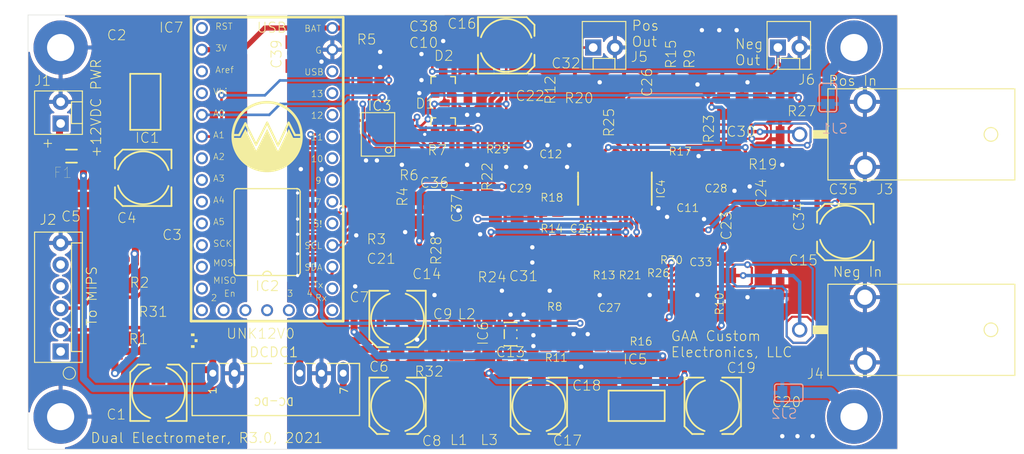
<source format=kicad_pcb>
(kicad_pcb (version 20240108) (generator "pcbnew") (generator_version "8.0")
  (layers (0 "F.Cu" signal) (31 "B.Cu" signal) (34 "B.Paste" user) (35 "F.Paste" user) (36 "B.SilkS" user "B.Silkscreen") (37 "F.SilkS" user "F.Silkscreen") (38 "B.Mask" user) (39 "F.Mask" user) (44 "Edge.Cuts" user))
  (net 0 "")
  (net 1 "GNDA")
  (net 2 "GND")
  (net 3 "Net-(DCDC1-+VOUT)")
  (net 4 "Net-(DCDC1--VOUT)")
  (net 5 "V-")
  (net 6 "V+")
  (net 7 "12V")
  (net 8 "Net-(IC3-REFIN)")
  (net 9 "Net-(IC5A-IN)")
  (net 10 "Net-(F1-Pad1)")
  (net 11 "Net-(H3-Pad1)")
  (net 12 "Net-(H4-Pad1)")
  (net 13 "+3V3")
  (net 14 "Net-(IC2-SDA2)")
  (net 15 "Net-(IC2-SCL2)")
  (net 16 "POSOUT")
  (net 17 "NEGOUT")
  (net 18 "POSZERO")
  (net 19 "NEGZERO")
  (net 20 "POSOFF")
  (net 21 "NEGOFF")
  (net 22 "Net-(IC2-SDA1)")
  (net 23 "Net-(IC2-SCL1)")
  (net 24 "Net-(IC3-A0)")
  (net 26 "Net-(IC3-RESET)")
  (net 28 "Net-(IC4A-OUT)")
  (net 29 "Net-(IC4A-IN+)")
  (net 30 "Net-(IC4D-IN+)")
  (net 31 "Net-(IC4C-IN-)")
  (net 32 "Net-(IC4A-IN-)")
  (net 33 "Net-(IC4C-IN+)")
  (net 34 "Net-(IC4B-IN+)")
  (net 35 "Net-(IC4D-IN-)")
  (net 36 "Net-(IC4D-OUT)")
  (net 37 "Net-(IC4B-IN-)")
  (net 38 "Net-(IC4B-OUT)")
  (net 39 "Net-(IC4C-OUT)")
  (net 46 "3.3V")
  (net 70 "Net-(L1-Pad2)")
  (net 71 "Net-(R31-Pad2)")
  (net 72 "Net-(C27-Pad1)")
  (net 73 "Net-(C28-Pad1)")
  (net 74 "Net-(C29-Pad1)")
  (net 75 "Net-(C30-Pad1)")
  (net 76 "Net-(C31-Pad1)")
  (net 77 "Net-(IC6-OUT)")
  (net 78 "Net-(IC6-IN-)")
  (net 79 "Net-(J3-P$1)")
  (net 80 "Net-(J4-P$1)")
  (footprint "DualElectrometerR3.0:SOT23-5" (layer "F.Cu") (at 154.0891 116.9416 90)
    (property "Reference" "IC6")
    (property "Value" "ADA4000-1")
  )
  (footprint "DualElectrometerR3.0:C0805" (layer "F.Cu") (at 145.1991 118.2116 -90)
    (property "Reference" "C9")
    (property "Value" "0.1uF, 50V")
  )
  (footprint "DualElectrometerR3.0:C1206" (layer "F.Cu") (at 161.9631 107.5436 90)
    (property "Reference" "C25")
    (property "Value" "1pF")
  )
  (footprint "DualElectrometerR3.0:LOGO2" (layer "F.Cu") (at 125.6411 93.8276)
    (property "Reference" "U$1" (hide yes))
    (property "Value" "" (hide yes))
  )
  (footprint "DualElectrometerR3.0:R1206" (layer "F.Cu") (at 172.5041 91.7956 -90)
    (property "Reference" "R15")
    (property "Value" "500M")
  )
  (footprint "DualElectrometerR3.0:C1206" (layer "F.Cu") (at 141.6431 86.2076 90)
    (property "Reference" "C10")
    (property "Value" "0.1uF, 50V")
  )
  (footprint "DualElectrometerR3.0:C0805" (layer "F.Cu") (at 177.7111 97.3836 90)
    (property "Reference" "C28")
    (property "Value" "220nF")
  )
  (footprint "DualElectrometerR3.0:SOT23" (layer "F.Cu") (at 146.2151 87.4776)
    (property "Reference" "D2")
    (property "Value" "BAT54S")
  )
  (footprint "DualElectrometerR3.0:R0805" (layer "F.Cu") (at 178.9811 90.2716 -90)
    (property "Reference" "R23")
    (property "Value" "180K")
  )
  (footprint "DualElectrometerR3.0:C1206" (layer "F.Cu") (at 102.7811 101.1936 180)
    (property "Reference" "C5")
    (property "Value" "0.1uF, 50V")
  )
  (footprint "DualElectrometerR3.0:R1206" (layer "F.Cu") (at 175.1711 91.7956 90)
    (property "Reference" "R9")
    (property "Value" "12M")
  )
  (footprint "DualElectrometerR3.0:MOLEX-1X6" (layer "F.Cu") (at 101.5111 118.9736 90)
    (property "Reference" "J2" (hide yes))
    (property "Value" "~" (hide yes))
  )
  (footprint "DualElectrometerR3.0:R1206" (layer "F.Cu") (at 107.8611 117.7036 -90)
    (property "Reference" "R1")
    (property "Value" "4700")
  )
  (footprint "DualElectrometerR3.0:RP-XX" (layer "F.Cu") (at 125.6411 121.5136 90)
    (property "Reference" "DCDC1")
    (property "Value" "RP-XX")
  )
  (footprint "DualElectrometerR3.0:BNC" (layer "F.Cu") (at 195.4911 93.5736)
    (property "Reference" "J3")
    (property "Value" "BNCJACK")
  )
  (footprint "DualElectrometerR3.0:R0805" (layer "F.Cu") (at 161.2011 92.3036 90)
    (property "Reference" "R20")
    (property "Value" "10K")
  )
  (footprint "DualElectrometerR3.0:C0805" (layer "F.Cu") (at 142.4051 108.0516 180)
    (property "Reference" "C14")
    (property "Value" "0.1uF, 50V")
  )
  (footprint "DualElectrometerR3.0:C1206_334" (layer "F.Cu") (at 187.6171 98.3996 90)
    (property "Reference" "C34")
    (property "Value" "47uF, 16V")
  )
  (footprint "DualElectrometerR3.0:C1206_334" (layer "F.Cu") (at 183.5531 105.2576 -90)
    (property "Reference" "C24")
    (property "Value" "47uF, 16V")
  )
  (footprint "DualElectrometerR3.0:C1206_334" (layer "F.Cu") (at 181.2671 105.2576 -90)
    (property "Reference" "C23")
    (property "Value" "47uF, 16V")
  )
  (footprint "DualElectrometerR3.0:L3216C" (layer "F.Cu") (at 148.7551 125.3236 90)
    (property "Reference" "L1")
    (property "Value" "100uH")
  )
  (footprint "DualElectrometerR3.0:C0805" (layer "F.Cu") (at 173.9011 100.1776)
    (property "Reference" "C11")
    (property "Value" "0.1uF, 50V")
  )
  (footprint "DualElectrometerR3.0:CHIPLED_1206" (layer "F.Cu") (at 117.5131 117.7036 90)
    (property "Reference" "UNK12V0")
    (property "Value" "GREEN")
  )
  (footprint "DualElectrometerR3.0:SOT223" (layer "F.Cu") (at 111.4171 89.7636 -90)
    (property "Reference" "IC1")
    (property "Value" "~")
  )
  (footprint "DualElectrometerR3.0:C1206_334" (layer "F.Cu") (at 143.6751 102.4636 -90)
    (property "Reference" "C36")
    (property "Value" "47uF, 16V")
  )
  (footprint "DualElectrometerR3.0:R0805" (layer "F.Cu") (at 165.5191 118.2116)
    (property "Reference" "R16")
    (property "Value" "1000")
  )
  (footprint "DualElectrometerR3.0:SPARKFUN_MOLEX-1X2" (layer "F.Cu") (at 185.3311 83.4136)
    (property "Reference" "J6")
    (property "Value" "~" (hide yes))
  )
  (footprint "DualElectrometerR3.0:R0805" (layer "F.Cu") (at 167.5511 107.5436 90)
    (property "Reference" "R21")
    (property "Value" "10K")
  )
  (footprint "DualElectrometerR3.0:TSSOP16" (layer "F.Cu") (at 138.5951 93.5736 90)
    (property "Reference" "IC3")
    (property "Value" "AD5593R")
  )
  (footprint "DualElectrometerR3.0:SOT223" (layer "F.Cu") (at 168.8211 125.3236)
    (property "Reference" "IC5")
    (property "Value" "3.3V")
  )
  (footprint "DualElectrometerR3.0:153CLV-0605" (layer "F.Cu") (at 140.8811 125.3236 -90)
    (property "Reference" "C6")
    (property "Value" "22uF, 50V")
  )
  (footprint "DualElectrometerR3.0:R0805" (layer "F.Cu") (at 172.6311 105.7656 90)
    (property "Reference" "R30")
    (property "Value" "1K")
  )
  (footprint "DualElectrometerR3.0:153CLV-0605" (layer "F.Cu") (at 112.9411 123.7996 90)
    (property "Reference" "C1")
    (property "Value" "100uF, 35V")
  )
  (footprint "DualElectrometerR3.0:SHIELD38.1X25.4" (layer "F.Cu") (at 186.0931 112.8776 90)
    (property "Reference" "SH1" (hide yes))
    (property "Value" "SHIELD-38.1X25.4" (hide yes))
  )
  (footprint "DualElectrometerR3.0:R0805" (layer "F.Cu") (at 180.2511 97.3836 90)
    (property "Reference" "R19")
    (property "Value" "10K")
  )
  (footprint "DualElectrometerR3.0:R0805" (layer "F.Cu") (at 170.0911 107.2896 90)
    (property "Reference" "R26")
    (property "Value" "250K")
  )
  (footprint "DualElectrometerR3.0:R1206" (layer "F.Cu") (at 138.3411 98.6536)
    (property "Reference" "R6")
    (property "Value" "NI")
  )
  (footprint "DualElectrometerR3.0:C0805" (layer "F.Cu") (at 175.1711 105.7656 -90)
    (property "Reference" "C33")
    (property "Value" "0.1uF")
  )
  (footprint "DualElectrometerR3.0:R1206" (layer "F.Cu") (at 107.8611 111.3536 90)
    (property "Reference" "R2")
    (property "Value" "4700")
  )
  (footprint "DualElectrometerR3.0:R1206" (layer "F.Cu") (at 145.4531 97.3836 180)
    (property "Reference" "R7")
    (property "Value" "1000")
  )
  (footprint "DualElectrometerR3.0:C0805" (layer "F.Cu") (at 156.1211 92.3036 90)
    (property "Reference" "C22")
    (property "Value" "0.1uF")
  )
  (footprint "DualElectrometerR3.0:153CLV-0605" (layer "F.Cu") (at 193.2051 105.0036 180)
    (property "Reference" "C15")
    (property "Value" "100uF, 35V")
  )
  (footprint "DualElectrometerR3.0:SPARKFUN_MOLEX-1X2" (layer "F.Cu") (at 163.7411 83.4136)
    (property "Reference" "J5")
    (property "Value" "~" (hide yes))
  )
  (footprint "DualElectrometerR3.0:C1206" (layer "F.Cu") (at 162.9791 126.5936 90)
    (property "Reference" "C18")
    (property "Value" "0.1uF, 50V")
  )
  (footprint "DualElectrometerR3.0:PAD_0.1250" (layer "F.Cu") (at 194.2211 126.5936)
    (property "Reference" "H4" (hide yes))
    (property "Value" "SPECIAL_DRILL_0.1250")
  )
  (footprint "DualElectrometerR3.0:SPARKFUN_MOLEX-1X2" (layer "F.Cu") (at 101.5111 92.3036 90)
    (property "Reference" "J1")
    (property "Value" "~" (hide yes))
  )
  (footprint "DualElectrometerR3.0:C0805" (layer "F.Cu") (at 139.8651 81.6356)
    (property "Reference" "C38")
    (property "Value" "0.1uF, 50V")
  )
  (footprint "DualElectrometerR3.0:PAD_0.1250" (layer "F.Cu") (at 101.5111 83.4136)
    (property "Reference" "H1" (hide yes))
    (property "Value" "SPECIAL_DRILL_0.1250")
  )
  (footprint "DualElectrometerR3.0:R0805" (layer "F.Cu") (at 159.1691 118.2116)
    (property "Reference" "R11")
    (property "Value" "10K")
  )
  (footprint "DualElectrometerR3.0:C1206_334" (layer "F.Cu") (at 189.9031 98.3996 90)
    (property "Reference" "C35")
    (property "Value" "47uF, 16V")
  )
  (footprint "DualElectrometerR3.0:R1206" (layer "F.Cu") (at 138.3411 101.1936)
    (property "Reference" "R4")
    (property "Value" "4700")
  )
  (footprint "DualElectrometerR3.0:R0805" (layer "F.Cu") (at 159.1691 115.6716 180)
    (property "Reference" "R8")
    (property "Value" "10K")
  )
  (footprint "DualElectrometerR3.0:C0805" (layer "F.Cu") (at 154.5971 107.5436 90)
    (property "Reference" "C31")
    (property "Value" "1uF")
  )
  (footprint "DualElectrometerR3.0:C1206" (layer "F.Cu") (at 135.8011 108.3056 -90)
    (property "Reference" "C21")
    (property "Value" "0.1uF, 50V")
  )
  (footprint "DualElectrometerR3.0:C1206_334" (layer "F.Cu") (at 128.6891 84.1756 -90)
    (property "Reference" "C39")
    (property "Value" "47uF, 16V")
  )
  (footprint "DualElectrometerR3.0:R0805" (layer "F.Cu") (at 152.3111 102.4636 -90)
    (property "Reference" "R22")
    (property "Value" "10K")
  )
  (footprint "DualElectrometerR3.0:C0805" (layer "F.Cu") (at 158.6611 98.6536 90)
    (property "Reference" "C12")
    (property "Value" "0.1uF, 50V")
  )
  (footprint "DualElectrometerR3.0:153CLV-0605" (layer "F.Cu") (at 153.5811 83.1596)
    (property "Reference" "C16")
    (property "Value" "100uF, 35V")
  )
  (footprint "DualElectrometerR3.0:L3216C" (layer "F.Cu") (at 147.7391 117.9576 -90)
    (property "Reference" "L2")
    (property "Value" "100uH")
  )
  (footprint "DualElectrometerR3.0:L3216C" (layer "F.Cu") (at 151.8031 125.3236 90)
    (property "Reference" "L3")
    (property "Value" "100uH")
  )
  (footprint "DualElectrometerR3.0:C1206" (layer "F.Cu") (at 170.0911 91.7956 -90)
    (property "Reference" "C26")
    (property "Value" "1pF")
  )
  (footprint "DualElectrometerR3.0:BNC" (layer "F.Cu") (at 195.4911 116.4336)
    (property "Reference" "J4")
    (property "Value" "BNCJACK")
  )
  (footprint "DualElectrometerR3.0:C0805" (layer "F.Cu") (at 154.8511 102.4636 -90)
    (property "Reference" "C29")
    (property "Value" "220nF")
  )
  (footprint "DualElectrometerR3.0:153CLV-0605" (layer "F.Cu") (at 111.1631 98.6536 180)
    (property "Reference" "C4")
    (property "Value" "100uF, 35V")
  )
  (footprint "DualElectrometerR3.0:R0805" (layer "F.Cu") (at 173.9011 97.3836)
    (property "Reference" "R17")
    (property "Value" "1K")
  )
  (footprint "DualElectrometerR3.0:R1206" (layer "F.Cu") (at 137.0711 86.2076 90)
    (property "Reference" "R5")
    (property "Value" "1000")
  )
  (footprint "DualElectrometerR3.0:SO14" (layer "F.Cu") (at 166.2811 99.9236 180)
    (property "Reference" "IC4")
    (property "Value" "AD8643A")
  )
  (footprint "DualElectrometerR3.0:C1206" (layer "F.Cu") (at 109.6391 84.4296)
    (property "Reference" "C2")
    (property "Value" "0.1uF, 50V")
  )
  (footprint "DualElectrometerR3.0:C1206" (layer "F.Cu") (at 115.2271 108.8136 -90)
    (property "Reference" "C3")
    (property "Value" "0.1uF, 50V")
  )
  (footprint "DualElectrometerR3.0:153CLV-0605" (layer "F.Cu") (at 140.8811 115.1636 -90)
    (property "Reference" "C7")
    (property "Value" "22uF, 50V")
  )
  (footprint "DualElectrometerR3.0:R0805" (layer "F.Cu") (at 153.5811 92.3036 90)
    (property "Reference" "R29")
    (property "Value" "1K")
  )
  (footprint "DualElectrometerR3.0:C1206" (layer "F.Cu") (at 182.7911 125.3236 90)
    (property "Reference" "C20")
    (property "Value" "0.1uF, 50V")
  )
  (footprint "DualElectrometerR3.0:R0805" (layer "F.Cu") (at 158.6611 102.4636 180)
    (property "Reference" "R18")
    (property "Value" "1K")
  )
  (footprint "DualElectrometerR3.0:R1206" (layer "F.Cu") (at 159.6771 107.5436 90)
    (property "Reference" "R14")
    (property "Value" "500M")
  )
  (footprint "DualElectrometerR3.0:ITSYBITSY" (layer "F.Cu") (at 125.6411 95.0976)
    (property "Reference" "IC7")
    (property "Value" "~")
  )
  (footprint "DualElectrometerR3.0:R0805" (layer "F.Cu") (at 148.7551 121.6406 180)
    (property "Reference" "R32")
    (property "Value" "1000")
  )
  (footprint "DualElectrometerR3.0:SO16-W" (layer "F.Cu") (at 125.6411 105.0036 180)
    (property "Reference" "IC2")
    (property "Value" "ADUM2250ARWZRN")
  )
  (footprint "DualElectrometerR3.0:R0805" (layer "F.Cu") (at 163.7411 92.3036 -90)
    (property "Reference" "R25")
    (property "Value" "250K")
  )
  (footprint "DualElectrometerR3.0:R0805" (layer "F.Cu") (at 158.6611 92.3036 90)
    (property "Reference" "R12")
    (property "Value" "10K")
  )
  (footprint "DualElectrometerR3.0:C0805" (layer "F.Cu") (at 160.1851 82.3976 90)
    (property "Reference" "C32")
    (property "Value" "0.1uF")
  )
  (footprint "DualElectrometerR3.0:SOT23" (layer "F.Cu") (at 146.2151 92.3036)
    (property "Reference" "D1")
    (property "Value" "BAT54S")
  )
  (footprint "DualElectrometerR3.0:C0805" (layer "F.Cu") (at 154.0891 120.7516)
    (property "Reference" "C13")
    (property "Value" "0.1uF, 50V")
  )
  (footprint "DualElectrometerR3.0:R0805" (layer "F.Cu") (at 147.2311 107.5436 -90)
    (property "Reference" "R28")
    (property "Value" "10K")
  )
  (footprint "DualElectrometerR3.0:C0805" (layer "F.Cu") (at 165.5191 115.6716 180)
    (property "Reference" "C27")
    (property "Value" "0.1uF")
  )
  (footprint "DualElectrometerR3.0:PAD_0.1250" (layer "F.Cu") (at 101.5111 126.5936)
    (property "Reference" "H2" (hide yes))
    (property "Value" "SPECIAL_DRILL_0.1250")
  )
  (footprint "DualElectrometerR3.0:R1206" (layer "F.Cu") (at 138.3411 103.7336)
    (property "Reference" "R3")
    (property "Value" "4700")
  )
  (footprint "DualElectrometerR3.0:R0805" (layer "F.Cu") (at 151.8031 107.5436 -90)
    (property "Reference" "R24")
    (property "Value" "250K")
  )
  (footprint "DualElectrometerR3.0:PAD_0.1250" (layer "F.Cu") (at 194.2211 83.4136)
    (property "Reference" "H3" (hide yes))
    (property "Value" "SPECIAL_DRILL_0.1250")
  )
  (footprint "DualElectrometerR3.0:153CLV-0605" (layer "F.Cu") (at 157.3911 125.3236 -90)
    (property "Reference" "C17")
    (property "Value" "22uF, 50V")
  )
  (footprint "DualElectrometerR3.0:153CLV-0605" (layer "F.Cu") (at 177.7111 125.3236 -90)
    (property "Reference" "C19")
    (property "Value" "22uF, 50V")
  )
  (footprint "DualElectrometerR3.0:PTC-1206" (layer "F.Cu") (at 102.7811 96.1136)
    (property "Reference" "F1")
    (property "Value" "PTCSMD")
  )
  (footprint "DualElectrometerR3.0:R1206" (layer "F.Cu") (at 178.2191 110.0836 180)
    (property "Reference" "R10")
    (property "Value" "12M")
  )
  (footprint "DualElectrometerR3.0:C0805" (layer "F.Cu") (at 145.9611 125.3236 90)
    (property "Reference" "C8")
    (property "Value" "0.1uF, 50V")
  )
  (footprint "DualElectrometerR3.0:C1206_334" (layer "F.Cu") (at 146.2151 102.4636 -90)
    (property "Reference" "C37")
    (property "Value" "47uF, 16V")
  )
  (footprint "DualElectrometerR3.0:R0805" (layer "F.Cu") (at 165.5191 107.5436 90)
    (property "Reference" "R13")
    (property "Value" "10K")
  )
  (footprint "DualElectrometerR3.0:R0805" (layer "F.Cu") (at 115.2271 114.1476 -90)
    (property "Reference" "R31")
    (property "Value" "2400")
  )
  (footprint "DualElectrometerR3.0:R0805" (layer "F.Cu") (at 183.1721 90.2716 -90)
    (property "Reference" "R27")
    (property "Value" "10K")
  )
  (footprint "DualElectrometerR3.0:C0805" (layer "F.Cu") (at 181.1401 90.2716 90)
    (property "Reference" "C30")
    (property "Value" "1uF")
  )
  (footprint "DualElectrometerR3.0:SJ_252" (layer "B.Cu") (at 186.6011 123.7996)
    (property "Reference" "SJ2")
    (property "Value" "~")
  )
  (footprint "DualElectrometerR3.0:SJ_252" (layer "B.Cu") (at 191.1731 89.2556 90)
    (property "Reference" "SJ1")
    (property "Value" "~")
  )
  (gr_circle (center 102.5271 121.5136) (end 103.245518 121.5136) (stroke (width 0.1)) (fill none) (layer "F.SilkS"))
  (gr_line (start 97.7011 79.6036) (end 97.7011 130.4036) (stroke (width 0.05)) (layer "Edge.Cuts"))
  (gr_line (start 97.7011 130.4036) (end 199.3011 130.4036) (stroke (width 0.05)) (layer "Edge.Cuts"))
  (gr_line (start 199.3011 130.4036) (end 199.3011 79.6036) (stroke (width 0.05)) (layer "Edge.Cuts"))
  (gr_line (start 199.3011 79.6036) (end 97.7011 79.6036) (stroke (width 0.05)) (layer "Edge.Cuts"))
  (gr_text "GAA Custom \nElectronics, LLC" (at 172.7581 119.7356 0) (layer "F.SilkS") (effects (font (size 1.1684 1.1684) (thickness 0.1016)) (justify left bottom)))
  (gr_text "Neg \nOut" (at 180.2511 85.5726 0) (layer "F.SilkS") (effects (font (size 1.1684 1.1684) (thickness 0.1016)) (justify left bottom)))
  (gr_text "+12VDC PWR" (at 106.3371 96.3676 90) (layer "F.SilkS") (effects (font (size 1.1684 1.1684) (thickness 0.1016)) (justify left bottom)))
  (gr_text "Neg In" (at 191.6811 110.3376 0) (layer "F.SilkS") (effects (font (size 1.1684 1.1684) (thickness 0.1016)) (justify left bottom)))
  (gr_text "Pos In" (at 191.1731 87.9856 0) (layer "F.SilkS") (effects (font (size 1.1684 1.1684) (thickness 0.1016)) (justify left bottom)))
  (gr_text "Dual Electrometer, R3.0, 2021" (at 104.9401 129.7686 0) (layer "F.SilkS") (effects (font (size 1.1684 1.1684) (thickness 0.1016)) (justify left bottom)))
  (gr_text "Pos \nOut" (at 168.1861 83.4136 0) (layer "F.SilkS") (effects (font (size 1.1684 1.1684) (thickness 0.1016)) (justify left bottom)))
  (gr_text "+" (at 99.2251 95.2246 0) (layer "F.SilkS") (effects (font (size 1.1684 1.1684) (thickness 0.1016)) (justify left bottom)))
  (gr_text "To MIPS" (at 105.8291 116.0526 90) (layer "F.SilkS") (effects (font (size 1.1684 1.1684) (thickness 0.1016)) (justify left bottom)))
  (gr_text "J2" (at 98.9711 104.2416 0) (layer "F.SilkS") (effects (font (size 1.1684 1.1684) (thickness 0.1016)) (justify left bottom)))
  (segment (start 189.3951 117.1956) (end 188.6331 117.9576) (width 0.254) (layer "F.Cu") (net 0))
  (segment (start 186.3471 115.5446) (end 186.9821 114.9096) (width 0.254) (layer "F.Cu") (net 0))
  (segment (start 187.1091 117.9576) (end 186.3471 117.1956) (width 0.254) (layer "F.Cu") (net 0))
  (segment (start 186.3471 117.1956) (end 186.3471 115.6716) (width 0.254) (layer "F.Cu") (net 0))
  (segment (start 189.3951 115.5446) (end 189.3951 117.1956) (width 0.254) (layer "F.Cu") (net 0))
  (segment (start 186.3471 115.6716) (end 186.3471 115.5446) (width 0.254) (layer "F.Cu") (net 0))
  (segment (start 186.9821 114.9096) (end 188.7601 114.9096) (width 0.254) (layer "F.Cu") (net 0))
  (segment (start 188.7601 114.9096) (end 189.3951 115.5446) (width 0.254) (layer "F.Cu") (net 0))
  (segment (start 188.6331 117.9576) (end 187.1091 117.9576) (width 0.254) (layer "F.Cu") (net 0))
  (via (at 176.6951 103.4796) (size 0.9144) (drill 0.508) (layers "F.Cu" "B.Cu") (net 1))
  (via (at 138.8491 85.6996) (size 0.9144) (drill 0.508) (layers "F.Cu" "B.Cu") (net 1))
  (via (at 129.1971 107.5436) (size 0.7874) (drill 0.381) (layers "F.Cu" "B.Cu") (net 1))
  (via (at 181.7751 87.4776) (size 0.9144) (drill 0.508) (layers "F.Cu" "B.Cu") (net 1))
  (via (at 158.4071 94.8436) (size 0.9144) (drill 0.508) (layers "F.Cu" "B.Cu") (net 1))
  (via (at 144.9451 105.2576) (size 0.9144) (drill 0.508) (layers "F.Cu" "B.Cu") (net 1))
  (via (at 136.0551 105.3846) (size 0.9144) (drill 0.508) (layers "F.Cu" "B.Cu") (net 1))
  (via (at 143.4211 88.7476) (size 0.9144) (drill 0.508) (layers "F.Cu" "B.Cu") (net 1))
  (via (at 182.0291 99.6696) (size 0.9144) (drill 0.508) (layers "F.Cu" "B.Cu") (net 1))
  (via (at 129.1971 105.2576) (size 0.7874) (drill 0.381) (layers "F.Cu" "B.Cu") (net 1))
  (via (at 137.1981 96.6216) (size 0.9144) (drill 0.508) (layers "F.Cu" "B.Cu") (net 1))
  (via (at 129.5781 97.6376) (size 0.9144) (drill 0.508) (layers "F.Cu" "B.Cu") (net 1))
  (via (at 162.3441 120.7516) (size 0.9144) (drill 0.508) (layers "F.Cu" "B.Cu") (net 1))
  (via (at 163.1061 116.9416) (size 0.9144) (drill 0.508) (layers "F.Cu" "B.Cu") (net 1))
  (via (at 156.7561 117.0686) (size 0.9144) (drill 0.508) (layers "F.Cu" "B.Cu") (net 1))
  (via (at 138.4681 96.6216) (size 0.9144) (drill 0.508) (layers "F.Cu" "B.Cu") (net 1))
  (via (at 160.6931 97.3836) (size 0.9144) (drill 0.508) (layers "F.Cu" "B.Cu") (net 1))
  (via (at 153.0731 111.8616) (size 0.9144) (drill 0.508) (layers "F.Cu" "B.Cu") (net 1))
  (via (at 175.9331 87.7316) (size 0.9144) (drill 0.508) (layers "F.Cu" "B.Cu") (net 1))
  (via (at 131.9911 85.0646) (size 0.9144) (drill 0.508) (layers "F.Cu" "B.Cu") (net 1))
  (via (at 156.6291 108.5596) (size 0.9144) (drill 0.508) (layers "F.Cu" "B.Cu") (net 1))
  (via (at 131.9911 97.6376) (size 0.9144) (drill 0.508) (layers "F.Cu" "B.Cu") (net 1))
  (via (at 185.8391 128.8796) (size 0.9144) (drill 0.508) (layers "F.Cu" "B.Cu") (net 1))
  (via (at 143.6751 87.2236) (size 0.9144) (drill 0.508) (layers "F.Cu" "B.Cu") (net 1))
  (via (at 189.3951 128.8796) (size 0.9144) (drill 0.508) (layers "F.Cu" "B.Cu") (net 1))
  (via (at 158.6611 111.8616) (size 0.9144) (drill 0.508) (layers "F.Cu" "B.Cu") (net 1))
  (via (at 141.3891 97.1296) (size 0.9144) (drill 0.508) (layers "F.Cu" "B.Cu") (net 1))
  (via (at 147.9931 102.4636) (size 0.9144) (drill 0.508) (layers "F.Cu" "B.Cu") (net 1))
  (via (at 176.0601 96.1136) (size 0.9144) (drill 0.508) (layers "F.Cu" "B.Cu") (net 1))
  (via (at 146.2151 82.6516) (size 0.9144) (drill 0.508) (layers "F.Cu" "B.Cu") (net 1))
  (via (at 149.0091 91.2876) (size 0.9144) (drill 0.508) (layers "F.Cu" "B.Cu") (net 1))
  (via (at 143.1671 117.5766) (size 0.9144) (drill 0.508) (layers "F.Cu" "B.Cu") (net 1))
  (via (at 164.5031 87.4776) (size 0.9144) (drill 0.508) (layers "F.Cu" "B.Cu") (net 1))
  (via (at 160.9471 94.8436) (size 0.9144) (drill 0.508) (layers "F.Cu" "B.Cu") (net 1))
  (via (at 172.3771 103.2256) (size 0.9144) (drill 0.508) (layers "F.Cu" "B.Cu") (net 1))
  (via (at 181.7751 112.6236) (size 0.9144) (drill 0.508) (layers "F.Cu" "B.Cu") (net 1))
  (via (at 154.0891 114.6556) (size 0.9144) (drill 0.508) (layers "F.Cu" "B.Cu") (net 1))
  (via (at 129.1971 110.0836) (size 0.7874) (drill 0.381) (layers "F.Cu" "B.Cu") (net 1))
  (via (at 149.0091 97.1296) (size 0.9144) (drill 0.508) (layers "F.Cu" "B.Cu") (net 1))
  (via (at 156.6291 106.7816) (size 0.9144) (drill 0.508) (layers "F.Cu" "B.Cu") (net 1))
  (via (at 144.0561 93.5736) (size 0.7874) (drill 0.381) (layers "F.Cu" "B.Cu") (net 1))
  (via (at 161.4551 116.9416) (size 0.9144) (drill 0.508) (layers "F.Cu" "B.Cu") (net 1))
  (via (at 170.3451 112.3696) (size 0.9144) (drill 0.508) (layers "F.Cu" "B.Cu") (net 1))
  (via (at 156.7561 118.3386) (size 0.9144) (drill 0.508) (layers "F.Cu" "B.Cu") (net 1))
  (via (at 138.8491 83.9216) (size 0.9144) (drill 0.508) (layers "F.Cu" "B.Cu") (net 1))
  (via (at 180.5051 81.3816) (size 0.9144) (drill 0.508) (layers "F.Cu" "B.Cu") (net 1))
  (via (at 175.9331 112.3696) (size 0.9144) (drill 0.508) (layers "F.Cu" "B.Cu") (net 1))
  (via (at 185.8391 97.1296) (size 0.9144) (drill 0.508) (layers "F.Cu" "B.Cu") (net 1))
  (via (at 150.5331 105.2576) (size 0.9144) (drill 0.508) (layers "F.Cu" "B.Cu") (net 1))
  (via (at 180.2511 100.1776) (size 0.9144) (drill 0.508) (layers "F.Cu" "B.Cu") (net 1))
  (via (at 153.5811 97.3836) (size 0.9144) (drill 0.508) (layers "F.Cu" "B.Cu") (net 1))
  (via (at 171.3611 102.2096) (size 0.9144) (drill 0.508) (layers "F.Cu" "B.Cu") (net 1))
  (via (at 178.4731 81.3816) (size 0.9144) (drill 0.508) (layers "F.Cu" "B.Cu") (net 1))
  (via (at 135.9281 111.3536) (size 0.9144) (drill 0.508) (layers "F.Cu" "B.Cu") (net 1))
  (via (at 143.6751 84.1756) (size 0.9144) (drill 0.508) (layers "F.Cu" "B.Cu") (net 1))
  (via (at 155.6131 114.6556) (size 0.9144) (drill 0.508) (layers "F.Cu" "B.Cu") (net 1))
  (via (at 141.7701 105.0036) (size 0.9144) (drill 0.508) (layers "F.Cu" "B.Cu") (net 1))
  (via (at 176.4411 81.3816) (size 0.9144) (drill 0.508) (layers "F.Cu" "B.Cu") (net 1))
  (via (at 187.6171 128.8796) (size 0.9144) (drill 0.508) (layers "F.Cu" "B.Cu") (net 1))
  (via (at 150.2791 91.2876) (size 0.9144) (drill 0.508) (layers "F.Cu" "B.Cu") (net 1))
  (via (at 129.1971 103.4796) (size 0.7874) (drill 0.381) (layers "F.Cu" "B.Cu") (net 1))
  (via (at 145.1991 112.3696) (size 0.9144) (drill 0.508) (layers "F.Cu" "B.Cu") (net 1))
  (via (at 164.5031 112.3696) (size 0.9144) (drill 0.508) (layers "F.Cu" "B.Cu") (net 1))
  (via (at 129.1971 100.4316) (size 0.7874) (drill 0.381) (layers "F.Cu" "B.Cu") (net 1))
  (via (at 155.8671 97.3836) (size 0.9144) (drill 0.508) (layers "F.Cu" "B.Cu") (net 1))
  (segment (start 140.8811 128.0236) (end 140.8811 129.1336) (width 0.8128) (layer "F.Cu") (net 3))
  (segment (start 150.7871 129.1336) (end 151.8031 128.1176) (width 0.8128) (layer "F.Cu") (net 3))
  (segment (start 140.8811 129.1336) (end 145.9611 129.1336) (width 0.8128) (layer "F.Cu") (net 3))
  (segment (start 145.9611 129.1336) (end 148.5011 129.1336) (width 0.8128) (layer "F.Cu") (net 3))
  (segment (start 148.7551 128.8796) (end 148.5011 129.1336) (width 0.8128) (layer "F.Cu") (net 3))
  (segment (start 148.7551 126.8236) (end 148.7551 128.8796) (width 0.8128) (layer "F.Cu") (net 3))
  (segment (start 135.8011 129.1336) (end 140.8811 129.1336) (width 0.8128) (layer "F.Cu") (net 3))
  (segment (start 145.9611 126.2736) (end 145.9611 129.1336) (width 0.8128) (layer "F.Cu") (net 3))
  (segment (start 148.5011 129.1336) (end 150.7871 129.1336) (width 0.8128) (layer "F.Cu") (net 3))
  (segment (start 134.5311 127.8636) (end 135.8011 129.1336) (width 0.8128) (layer "F.Cu") (net 3))
  (segment (start 134.5311 121.5136) (end 134.5311 127.8636) (width 0.8128) (layer "F.Cu") (net 3))
  (segment (start 151.8031 128.1176) (end 151.8031 126.8236) (width 0.8128) (layer "F.Cu") (net 3))
  (segment (start 146.9771 114.9096) (end 147.7391 115.6716) (width 0.8128) (layer "F.Cu") (net 4))
  (segment (start 138.0871 118.7196) (end 138.8491 117.9576) (width 0.8128) (layer "F.Cu") (net 4))
  (segment (start 140.7871 112.3696) (end 140.8811 112.4636) (width 0.8128) (layer "F.Cu") (net 4))
  (segment (start 129.4511 119.4816) (end 130.2131 118.7196) (width 0.8128) (layer "F.Cu") (net 4))
  (segment (start 145.1991 117.2616) (end 145.1991 114.9096) (width 0.8128) (layer "F.Cu") (net 4))
  (segment (start 130.2131 118.7196) (end 138.0871 118.7196) (width 0.8128) (layer "F.Cu") (net 4))
  (segment (start 138.8491 117.9576) (end 138.8491 112.8776) (width 0.8128) (layer "F.Cu") (net 4))
  (segment (start 145.1991 114.9096) (end 146.9771 114.9096) (width 0.8128) (layer "F.Cu") (net 4))
  (segment (start 139.3571 112.3696) (end 140.7871 112.3696) (width 0.8128) (layer "F.Cu") (net 4))
  (segment (start 140.8811 112.4636) (end 143.3271 114.9096) (width 0.8128) (layer "F.Cu") (net 4))
  (segment (start 147.7391 115.6716) (end 147.7391 116.4576) (width 0.8128) (layer "F.Cu") (net 4))
  (segment (start 138.8491 112.8776) (end 139.3571 112.3696) (width 0.8128) (layer "F.Cu") (net 4))
  (segment (start 145.1991 114.9096) (end 143.3271 114.9096) (width 0.8128) (layer "F.Cu") (net 4))
  (segment (start 129.4511 121.5136) (end 129.4511 119.4816) (width 0.8128) (layer "F.Cu") (net 4))
  (segment (start 143.4211 106.0196) (end 143.4211 107.9856) (width 0.6096) (layer "F.Cu") (net 5))
  (segment (start 155.3891 116.9416) (end 150.2791 116.9416) (width 0.4064) (layer "F.Cu") (net 5))
  (segment (start 143.6751 105.7656) (end 143.4211 106.0196) (width 0.6096) (layer "F.Cu") (net 5))
  (segment (start 143.6751 103.8636) (end 146.2151 103.8636) (width 0.6096) (layer "F.Cu") (net 5))
  (segment (start 150.2791 118.9736) (end 150.2791 116.9416) (width 0.6096) (layer "F.Cu") (net 5))
  (segment (start 143.6751 103.8636) (end 143.6751 105.7656) (width 0.6096) (layer "F.Cu") (net 5))
  (segment (start 152.3111 99.6696) (end 153.0731 99.6696) (width 0.6096) (layer "F.Cu") (net 5))
  (segment (start 144.1831 113.8936) (end 149.6441 113.8936) (width 0.6096) (layer "F.Cu") (net 5))
  (segment (start 164.7571 99.6696) (end 158.7271 99.6696) (width 0.6096) (layer "F.Cu") (net 5))
  (segment (start 147.7391 119.4576) (end 149.7951 119.4576) (width 0.6096) (layer "F.Cu") (net 5))
  (segment (start 150.2791 114.5286) (end 150.2791 116.9416) (width 0.6096) (layer "F.Cu") (net 5))
  (segment (start 149.6441 113.8936) (end 150.2791 114.5286) (width 0.6096) (layer "F.Cu") (net 5))
  (segment (start 158.5951 99.6696) (end 158.6611 99.6036) (width 0.6096) (layer "F.Cu") (net 5))
  (segment (start 152.0571 84.6836) (end 152.0571 83.1596) (width 0.6096) (layer "F.Cu") (net 5))
  (segment (start 143.4211 107.9856) (end 143.3551 108.0516) (width 0.6096) (layer "F.Cu") (net 5))
  (segment (start 166.2811 102.5236) (end 166.2811 101.1936) (width 0.6096) (layer "F.Cu") (net 5))
  (segment (start 152.3111 99.6696) (end 151.8031 99.1616) (width 0.6096) (layer "F.Cu") (net 5))
  (segment (start 152.5651 85.1916) (end 152.0571 84.6836) (width 0.6096) (layer "F.Cu") (net 5))
  (segment (start 149.7951 119.4576) (end 150.2791 118.9736) (width 0.6096) (layer "F.Cu") (net 5))
  (segment (start 166.2811 101.1936) (end 164.7571 99.6696) (width 0.6096) (layer "F.Cu") (net 5))
  (segment (start 152.5651 88.7476) (end 152.5651 85.1916) (width 0.6096) (layer "F.Cu") (net 5))
  (segment (start 151.8031 99.1616) (end 151.8031 89.5096) (width 0.6096) (layer "F.Cu") (net 5))
  (segment (start 158.7271 99.6696) (end 158.6611 99.6036) (width 0.6096) (layer "F.Cu") (net 5))
  (segment (start 151.8031 89.5096) (end 152.5651 88.7476) (width 0.6096) (layer "F.Cu") (net 5))
  (segment (start 153.0731 99.6696) (end 158.5951 99.6696) (width 0.6096) (layer "F.Cu") (net 5))
  (segment (start 143.3551 113.0656) (end 144.1831 113.8936) (width 0.6096) (layer "F.Cu") (net 5))
  (segment (start 143.3551 108.0516) (end 143.3551 113.0656) (width 0.6096) (layer "F.Cu") (net 5))
  (segment (start 152.0571 83.1596) (end 150.8811 83.1596) (width 0.6096) (layer "F.Cu") (net 5))
  (via (at 153.0731 99.6696) (size 0.7874) (drill 0.381) (layers "F.Cu" "B.Cu") (net 5))
  (via (at 143.4211 106.0196) (size 0.7874) (drill 0.381) (layers "F.Cu" "B.Cu") (net 5))
  (segment (start 153.0731 99.6696) (end 144.1831 99.6696) (width 0.6096) (layer "B.Cu") (net 5))
  (segment (start 144.1831 99.6696) (end 143.4211 100.4316) (width 0.6096) (layer "B.Cu") (net 5))
  (segment (start 143.4211 100.4316) (end 143.4211 106.0196) (width 0.6096) (layer "B.Cu") (net 5))
  (segment (start 166.9161 99.5426) (end 172.3161 99.5426) (width 0.6096) (layer "F.Cu") (net 6))
  (segment (start 174.4091 120.2436) (end 174.4091 121.7676) (width 0.6096) (layer "F.Cu") (net 6))
  (segment (start 189.9031 99.7996) (end 189.9031 102.4636) (width 0.6096) (layer "F.Cu") (net 6))
  (segment (start 178.9811 102.2096) (end 180.5051 102.2096) (width 0.6096) (layer "F.Cu") (net 6))
  (segment (start 189.6491 102.7176) (end 190.5051 103.5736) (width 0.6096) (layer "F.Cu") (net 6))
  (segment (start 190.5051 103.5736) (end 190.5051 105.0036) (width 0.6096) (layer "F.Cu") (net 6))
  (segment (start 181.0131 102.7176) (end 183.5531 102.7176) (width 0.6096) (layer "F.Cu") (net 6))
  (segment (start 166.2811 98.9076) (end 166.9161 99.5426) (width 0.6096) (layer "F.Cu") (net 6))
  (segment (start 172.3161 99.5426) (end 172.9511 100.1776) (width 0.6096) (layer "F.Cu") (net 6))
  (segment (start 172.9511 101.5136) (end 173.6471 102.2096) (width 0.6096) (layer "F.Cu") (net 6))
  (segment (start 152.7891 120.4016) (end 153.1391 120.7516) (width 0.6096) (layer "F.Cu") (net 6))
  (segment (start 172.9511 100.1776) (end 172.9511 101.5136) (width 0.6096) (layer "F.Cu") (net 6))
  (segment (start 189.9031 102.4636) (end 189.6491 102.7176) (width 0.6096) (layer "F.Cu") (net 6))
  (segment (start 151.5491 121.5136) (end 152.3111 120.7516) (width 0.6096) (layer "F.Cu") (net 6))
  (segment (start 151.4221 121.6406) (end 149.7051 121.6406) (width 0.6096) (layer "F.Cu") (net 6))
  (segment (start 152.3111 120.7516) (end 153.1391 120.7516) (width 0.6096) (layer "F.Cu") (net 6))
  (segment (start 181.0131 103.6036) (end 181.0131 102.7176) (width 0.6096) (layer "F.Cu") (net 6))
  (segment (start 180.5051 102.2096) (end 181.0131 102.7176) (width 0.6096) (layer "F.Cu") (net 6))
  (segment (start 187.6171 99.7996) (end 187.6171 102.7176) (width 0.6096) (layer "F.Cu") (net 6))
  (segment (start 181.2671 103.8576) (end 181.0131 103.6036) (width 0.6096) (layer "F.Cu") (net 6))
  (segment (start 183.5531 103.8576) (end 183.5531 102.7176) (width 0.6096) (layer "F.Cu") (net 6))
  (segment (start 178.7271 115.9256) (end 174.4091 120.2436) (width 0.6096) (layer "F.Cu") (net 6))
  (segment (start 151.4221 121.6406) (end 151.5491 121.5136) (width 0.6096) (layer "F.Cu") (net 6))
  (segment (start 166.2811 97.3236) (end 166.2811 98.9076) (width 0.6096) (layer "F.Cu") (net 6))
  (segment (start 187.6171 102.7176) (end 189.6491 102.7176) (width 0.6096) (layer "F.Cu") (net 6))
  (segment (start 178.9811 106.7816) (end 178.9811 102.2096) (width 0.6096) (layer "F.Cu") (net 6))
  (segment (start 183.5531 102.7176) (end 187.6171 102.7176) (width 0.6096) (layer "F.Cu") (net 6))
  (segment (start 173.6471 102.2096) (end 178.9811 102.2096) (width 0.6096) (layer "F.Cu") (net 6))
  (segment (start 152.7891 117.8916) (end 152.7891 120.4016) (width 0.6096) (layer "F.Cu") (net 6))
  (via (at 174.4091 121.7676) (size 0.7874) (drill 0.381) (layers "F.Cu" "B.Cu") (net 6))
  (via (at 151.5491 121.5136) (size 0.7874) (drill 0.381) (layers "F.Cu" "B.Cu") (net 6))
  (via (at 178.7271 115.9256) (size 0.7874) (drill 0.381) (layers "F.Cu" "B.Cu") (net 6))
  (via (at 178.9811 106.7816) (size 0.7874) (drill 0.381) (layers "F.Cu" "B.Cu") (net 6))
  (segment (start 178.9811 106.7816) (end 178.7271 107.0356) (width 0.6096) (layer "B.Cu") (net 6))
  (segment (start 152.5143 122.4788) (end 151.5491 121.5136) (width 0.6096) (layer "B.Cu") (net 6))
  (segment (start 173.6979 122.4788) (end 152.5143 122.4788) (width 0.6096) (layer "B.Cu") (net 6))
  (segment (start 174.4091 121.7676) (end 173.6979 122.4788) (width 0.6096) (layer "B.Cu") (net 6))
  (segment (start 178.7271 107.0356) (end 178.7271 115.9256) (width 0.6096) (layer "B.Cu") (net 6))
  (segment (start 119.2911 117.7316) (end 119.2631 117.7036) (width 0.8128) (layer "F.Cu") (net 7))
  (segment (start 119.2911 121.5136) (end 119.2911 117.7316) (width 0.8128) (layer "F.Cu") (net 7))
  (segment (start 104.1811 96.1136) (end 104.1811 98.3966) (width 0.8128) (layer "F.Cu") (net 7))
  (segment (start 118.8771 121.0996) (end 119.2911 121.5136) (width 0.8128) (layer "F.Cu") (net 7))
  (segment (start 104.1811 88.3636) (end 105.0925 87.4522) (width 0.8128) (layer "F.Cu") (net 7))
  (segment (start 104.1811 96.1136) (end 104.1811 88.3636) (width 0.8128) (layer "F.Cu") (net 7))
  (segment (start 108.3183 84.5088) (end 108.2391 84.4296) (width 0.8128) (layer "F.Cu") (net 7))
  (segment (start 108.3183 87.4522) (end 108.3183 84.5088) (width 0.8128) (layer "F.Cu") (net 7))
  (segment (start 104.1811 98.3966) (end 104.1781 98.3996) (width 0.8128) (layer "F.Cu") (net 7))
  (segment (start 105.0925 87.4522) (end 108.3183 87.4522) (width 0.8128) (layer "F.Cu") (net 7))
  (segment (start 112.9411 121.0996) (end 118.8771 121.0996) (width 0.8128) (layer "F.Cu") (net 7))
  (via (at 104.1781 98.3996) (size 0.7874) (drill 0.381) (layers "F.Cu" "B.Cu") (net 7))
  (segment (start 104.1781 98.3996) (end 104.1781 122.1486) (width 0.8128) (layer "B.Cu") (net 7))
  (segment (start 104.1781 122.1486) (end 105.3211 123.2916) (width 0.8128) (layer "B.Cu") (net 7))
  (segment (start 119.2911 122.5296) (end 119.2911 121.5136) (width 0.8128) (layer "B.Cu") (net 7))
  (segment (start 118.5291 123.2916) (end 119.2911 122.5296) (width 0.8128) (layer "B.Cu") (net 7))
  (segment (start 105.3211 123.2916) (end 118.5291 123.2916) (width 0.8128) (layer "B.Cu") (net 7))
  (segment (start 141.5411 87.7096) (end 141.6431 87.6076) (width 0.3048) (layer "F.Cu") (net 8))
  (segment (start 141.5411 91.2978) (end 141.5411 87.7096) (width 0.3048) (layer "F.Cu") (net 8))
  (segment (start 157.3911 129.1336) (end 157.3911 128.0236) (width 0.8128) (layer "F.Cu") (net 9))
  (segment (start 157.2971 128.1176) (end 157.3911 128.0236) (width 0.8128) (layer "F.Cu") (net 9))
  (segment (start 151.8031 123.8236) (end 154.1131 123.8236) (width 0.8128) (layer "F.Cu") (net 9))
  (segment (start 162.9791 128.3716) (end 163.7411 129.1336) (width 0.8128) (layer "F.Cu") (net 9))
  (segment (start 154.5971 124.3076) (end 154.5971 127.6096) (width 0.8128) (layer "F.Cu") (net 9))
  (segment (start 154.5971 127.6096) (end 155.1051 128.1176) (width 0.8128) (layer "F.Cu") (net 9))
  (segment (start 166.2811 129.1336) (end 163.7411 129.1336) (width 0.8128) (layer "F.Cu") (net 9))
  (segment (start 155.1051 128.1176) (end 157.2971 128.1176) (width 0.8128) (layer "F.Cu") (net 9))
  (segment (start 166.5097 128.905) (end 166.2811 129.1336) (width 0.8128) (layer "F.Cu") (net 9))
  (segment (start 162.9791 127.9936) (end 162.9791 128.3716) (width 0.8128) (layer "F.Cu") (net 9))
  (segment (start 166.5097 128.4224) (end 166.5097 128.905) (width 0.8128) (layer "F.Cu") (net 9))
  (segment (start 154.1131 123.8236) (end 154.5971 124.3076) (width 0.8128) (layer "F.Cu") (net 9))
  (segment (start 163.7411 129.1336) (end 157.3911 129.1336) (width 0.8128) (layer "F.Cu") (net 9))
  (segment (start 101.3811 92.4336) (end 101.5111 92.3036) (width 0.8128) (layer "F.Cu") (net 10))
  (segment (start 101.3811 96.1136) (end 101.3811 92.4336) (width 0.8128) (layer "F.Cu") (net 10))
  (segment (start 191.1731 86.4616) (end 194.2211 83.4136) (width 1.27) (layer "B.Cu") (net 11))
  (segment (start 191.1731 88.4936) (end 191.1731 86.4616) (width 1.27) (layer "B.Cu") (net 11))
  (segment (start 191.4271 123.7996) (end 194.2211 126.5936) (width 1.27) (layer "B.Cu") (net 12))
  (segment (start 187.3631 123.7996) (end 191.4271 123.7996) (width 1.27) (layer "B.Cu") (net 12))
  (segment (start 110.6551 118.9736) (end 113.7031 115.9256) (width 0.8128) (layer "F.Cu") (net 13))
  (segment (start 114.3411 107.4136) (end 115.2271 107.4136) (width 0.8128) (layer "F.Cu") (net 13))
  (segment (start 110.2411 108.7196) (end 109.1311 109.8296) (width 0.8128) (layer "F.Cu") (net 13))
  (segment (start 104.1811 101.1936) (end 108.4961 101.1936) (width 0.8128) (layer "F.Cu") (net 13))
  (segment (start 108.4631 101.1606) (end 108.4961 101.1936) (width 0.8128) (layer "F.Cu") (net 13))
  (segment (start 113.7031 115.9256) (end 113.7031 108.0516) (width 0.8128) (layer "F.Cu") (net 13))
  (segment (start 108.0131 118.9736) (end 107.8611 119.1256) (width 0.8128) (layer "F.Cu") (net 13))
  (segment (start 108.3183 98.5088) (end 108.3183 92.075) (width 0.8128) (layer "F.Cu") (net 13))
  (segment (start 119.4181 106.9086) (end 118.5291 107.7976) (width 0.4064) (layer "F.Cu") (net 13))
  (segment (start 110.2411 108.7196) (end 110.2411 107.6376) (width 0.8128) (layer "F.Cu") (net 13))
  (segment (start 110.6551 118.9736) (end 108.0131 118.9736) (width 0.8128) (layer "F.Cu") (net 13))
  (segment (start 108.4631 98.6536) (end 108.4631 101.1606) (width 0.8128) (layer "F.Cu") (net 13))
  (segment (start 110.2411 107.6376) (end 110.1471 107.5436) (width 0.8128) (layer "F.Cu") (net 13))
  (segment (start 115.6111 107.7976) (end 115.2271 107.4136) (width 0.4064) (layer "F.Cu") (net 13))
  (segment (start 107.8611 121.5136) (end 107.8611 119.1256) (width 0.8128) (layer "F.Cu") (net 13))
  (segment (start 109.3851 101.1936) (end 110.2411 102.0496) (width 0.8128) (layer "F.Cu") (net 13))
  (segment (start 107.9631 109.8296) (end 107.8611 109.9316) (width 0.8128) (layer "F.Cu") (net 13))
  (segment (start 118.5291 107.7976) (end 115.6111 107.7976) (width 0.4064) (layer "F.Cu") (net 13))
  (segment (start 113.7031 108.0516) (end 114.3411 107.4136) (width 0.8128) (layer "F.Cu") (net 13))
  (segment (start 109.1311 109.8296) (end 107.9631 109.8296) (width 0.8128) (layer "F.Cu") (net 13))
  (segment (start 108.4961 101.1936) (end 109.3851 101.1936) (width 0.8128) (layer "F.Cu") (net 13))
  (segment (start 110.2411 102.0496) (end 110.2411 107.6376) (width 0.8128) (layer "F.Cu") (net 13))
  (segment (start 108.4631 98.6536) (end 108.3183 98.5088) (width 0.8128) (layer "F.Cu") (net 13))
  (segment (start 120.3452 106.9086) (end 119.4181 106.9086) (width 0.4064) (layer "F.Cu") (net 13))
  (via (at 107.8611 121.5136) (size 0.9144) (drill 0.508) (layers "F.Cu" "B.Cu") (net 13))
  (via (at 110.1471 107.5436) (size 0.9144) (drill 0.508) (layers "F.Cu" "B.Cu") (net 13))
  (segment (start 110.1471 107.5436) (end 110.1471 119.2276) (width 0.8128) (layer "B.Cu") (net 13))
  (segment (start 110.1471 119.2276) (end 107.8611 121.5136) (width 0.8128) (layer "B.Cu") (net 13))
  (segment (start 119.4181 104.3686) (end 118.5291 105.2576) (width 0.4064) (layer "F.Cu") (net 14))
  (segment (start 101.5111 116.4336) (end 107.7091 116.4336) (width 0.4064) (layer "F.Cu") (net 14))
  (segment (start 118.5291 105.2576) (end 113.3221 105.2576) (width 0.4064) (layer "F.Cu") (net 14))
  (segment (start 111.1631 116.1796) (end 107.9631 116.1796) (width 0.4064) (layer "F.Cu") (net 14))
  (segment (start 107.7091 116.4336) (end 107.8611 116.2816) (width 0.4064) (layer "F.Cu") (net 14))
  (segment (start 107.9631 116.1796) (end 107.8611 116.2816) (width 0.4064) (layer "F.Cu") (net 14))
  (segment (start 112.4331 106.1466) (end 112.4331 114.9096) (width 0.4064) (layer "F.Cu") (net 14))
  (segment (start 112.4331 114.9096) (end 111.1631 116.1796) (width 0.4064) (layer "F.Cu") (net 14))
  (segment (start 120.3452 104.3686) (end 119.4181 104.3686) (width 0.4064) (layer "F.Cu") (net 14))
  (segment (start 113.3221 105.2576) (end 112.4331 106.1466) (width 0.4064) (layer "F.Cu") (net 14))
  (segment (start 120.3452 103.0986) (end 119.4181 103.0986) (width 0.4064) (layer "F.Cu") (net 15))
  (segment (start 101.5111 113.8936) (end 104.0511 113.8936) (width 0.4064) (layer "F.Cu") (net 15))
  (segment (start 118.7831 102.7176) (end 112.1791 102.7176) (width 0.4064) (layer "F.Cu") (net 15))
  (segment (start 105.3211 112.6236) (end 107.7091 112.6236) (width 0.4064) (layer "F.Cu") (net 15))
  (segment (start 111.4171 103.4796) (end 111.4171 111.6076) (width 0.4064) (layer "F.Cu") (net 15))
  (segment (start 104.0511 113.8936) (end 105.3211 112.6236) (width 0.4064) (layer "F.Cu") (net 15))
  (segment (start 110.4011 112.6236) (end 108.0131 112.6236) (width 0.4064) (layer "F.Cu") (net 15))
  (segment (start 112.1791 102.7176) (end 111.4171 103.4796) (width 0.4064) (layer "F.Cu") (net 15))
  (segment (start 119.4181 103.0986) (end 118.7831 102.7176) (width 0.4064) (layer "F.Cu") (net 15))
  (segment (start 108.0131 112.6236) (end 107.8611 112.7756) (width 0.4064) (layer "F.Cu") (net 15))
  (segment (start 107.7091 112.6236) (end 107.8611 112.7756) (width 0.4064) (layer "F.Cu") (net 15))
  (segment (start 111.4171 111.6076) (end 110.4011 112.6236) (width 0.4064) (layer "F.Cu") (net 15))
  (segment (start 145.1991 91.0336) (end 145.1991 90.0176) (width 0.3048) (layer "F.Cu") (net 16))
  (segment (start 144.6911 95.3516) (end 145.7071 95.3516) (width 0.3048) (layer "F.Cu") (net 16))
  (segment (start 139.1031 93.5736) (end 139.1031 89.2556) (width 0.3048) (layer "F.Cu") (net 16))
  (segment (start 159.9311 84.9376) (end 160.1851 84.6836) (width 0.3048) (layer "F.Cu") (net 16))
  (segment (start 141.5411 93.8987) (end 139.4282 93.8987) (width 0.3048) (layer "F.Cu") (net 16))
  (segment (start 141.5411 93.8987) (end 143.2382 93.8987) (width 0.3048) (layer "F.Cu") (net 16))
  (segment (start 154.0891 84.9376) (end 159.9311 84.9376) (width 0.3048) (layer "F.Cu") (net 16))
  (segment (start 160.1851 84.6836) (end 160.1851 83.3476) (width 0.3048) (layer "F.Cu") (net 16))
  (segment (start 139.4282 93.8987) (end 139.1031 93.5736) (width 0.3048) (layer "F.Cu") (net 16))
  (segment (start 145.7071 95.3516) (end 146.2151 94.8436) (width 0.3048) (layer "F.Cu") (net 16))
  (segment (start 153.5811 90.0176) (end 153.5811 85.4456) (width 0.3048) (layer "F.Cu") (net 16))
  (segment (start 143.2382 93.8987) (end 144.6911 95.3516) (width 0.3048) (layer "F.Cu") (net 16))
  (segment (start 146.2151 94.8436) (end 146.2151 91.2036) (width 0.3048) (layer "F.Cu") (net 16))
  (segment (start 160.2511 83.4136) (end 160.1851 83.3476) (width 0.3048) (layer "F.Cu") (net 16))
  (segment (start 146.2151 91.2036) (end 145.3691 91.2036) (width 0.3048) (layer "F.Cu") (net 16))
  (segment (start 145.3691 91.2036) (end 145.1991 91.0336) (width 0.3048) (layer "F.Cu") (net 16))
  (segment (start 153.5811 85.4456) (end 154.0891 84.9376) (width 0.3048) (layer "F.Cu") (net 16))
  (segment (start 153.5811 90.0176) (end 153.5811 91.3536) (width 0.3048) (layer "F.Cu") (net 16))
  (segment (start 163.7411 83.4136) (end 160.2511 83.4136) (width 0.3048) (layer "F.Cu") (net 16))
  (via (at 153.5811 90.0176) (size 0.7874) (drill 0.381) (layers "F.Cu" "B.Cu") (net 16))
  (via (at 139.1031 89.2556) (size 0.7874) (drill 0.381) (layers "F.Cu" "B.Cu") (net 16))
  (via (at 145.1991 90.0176) (size 0.7874) (drill 0.381) (layers "F.Cu" "B.Cu") (net 16))
  (segment (start 134.2771 90.0176) (end 127.1651 90.0176) (width 0.3048) (layer "B.Cu") (net 16))
  (segment (start 145.1991 90.0176) (end 153.5811 90.0176) (width 0.3048) (layer "B.Cu") (net 16))
  (segment (start 135.0391 89.2556) (end 134.2771 90.0176) (width 0.3048) (layer "B.Cu") (net 16))
  (segment (start 139.1031 89.2556) (end 135.0391 89.2556) (width 0.3048) (layer "B.Cu") (net 16))
  (segment (start 125.8951 91.2876) (end 118.0211 91.2876) (width 0.3048) (layer "B.Cu") (net 16))
  (segment (start 127.1651 90.0176) (end 125.8951 91.2876) (width 0.3048) (layer "B.Cu") (net 16))
  (segment (start 139.8651 83.4136) (end 140.3731 82.9056) (width 0.3048) (layer "F.Cu") (net 17))
  (segment (start 185.3311 85.1916) (end 185.3311 83.4136) (width 0.4064) (layer "F.Cu") (net 17))
  (segment (start 144.4371 82.9056) (end 144.9451 83.4136) (width 0.3048) (layer "F.Cu") (net 17))
  (segment (start 192.0011 101.6356) (end 192.9511 100.6856) (width 0.4064) (layer "F.Cu") (net 17))
  (segment (start 141.5411 93.2485) (end 140.048 93.2485) (width 0.3048) (layer "F.Cu") (net 17))
  (segment (start 139.8651 87.2236) (end 139.8651 83.4136) (width 0.3048) (layer "F.Cu") (net 17))
  (segment (start 146.0451 86.2076) (end 144.9451 86.2076) (width 0.3048) (layer "F.Cu") (net 17))
  (segment (start 192.9511 100.6856) (end 192.9511 88.4936) (width 0.4064) (layer "F.Cu") (net 17))
  (segment (start 187.3631 87.2236) (end 185.3311 85.1916) (width 0.4064) (layer "F.Cu") (net 17))
  (segment (start 192.9511 88.4936) (end 191.6811 87.2236) (width 0.4064) (layer "F.Cu") (net 17))
  (segment (start 140.048 93.2485) (end 139.8651 93.0656) (width 0.3048) (layer "F.Cu") (net 17))
  (segment (start 175.2371 104.7496) (end 175.1711 104.8156) (width 0.4064) (layer "F.Cu") (net 17))
  (segment (start 146.0451 86.2076) (end 146.2151 86.3776) (width 0.3048) (layer "F.Cu") (net 17))
  (segment (start 177.2031 104.7496) (end 175.2371 104.7496) (width 0.4064) (layer "F.Cu") (net 17))
  (segment (start 172.6311 104.8156) (end 175.1711 104.8156) (width 0.4064) (layer "F.Cu") (net 17))
  (segment (start 118.0211 93.8276) (end 119.7991 93.8276) (width 0.3048) (layer "F.Cu") (net 17))
  (segment (start 139.8651 93.0656) (end 139.8651 87.2236) (width 0.3048) (layer "F.Cu") (net 17))
  (segment (start 144.9451 83.4136) (end 144.9451 86.2076) (width 0.3048) (layer "F.Cu") (net 17))
  (segment (start 191.6811 87.2236) (end 187.3631 87.2236) (width 0.4064) (layer "F.Cu") (net 17))
  (segment (start 120.3071 93.3196) (end 120.3071 89.0016) (width 0.3048) (layer "F.Cu") (net 17))
  (segment (start 140.3731 82.9056) (end 144.4371 82.9056) (width 0.3048) (layer "F.Cu") (net 17))
  (segment (start 119.7991 93.8276) (end 120.3071 93.3196) (width 0.3048) (layer "F.Cu") (net 17))
  (via (at 177.2031 104.7496) (size 0.7874) (drill 0.381) (layers "F.Cu" "B.Cu") (net 17))
  (via (at 192.0011 101.6356) (size 0.7874) (drill 0.381) (layers "F.Cu" "B.Cu") (net 17))
  (via (at 120.3071 89.0016) (size 0.7874) (drill 0.381) (layers "F.Cu" "B.Cu") (net 17))
  (via (at 139.8651 87.2236) (size 0.7874) (drill 0.381) (layers "F.Cu" "B.Cu") (net 17))
  (via (at 144.9451 86.2076) (size 0.7874) (drill 0.381) (layers "F.Cu" "B.Cu") (net 17))
  (segment (start 127.127 87.2617) (end 133.697725 87.2617) (width 0.3048) (layer "B.Cu") (net 17))
  (segment (start 133.735825 87.2236) (end 139.8651 87.2236) (width 0.3048) (layer "B.Cu") (net 17))
  (segment (start 177.2031 104.7496) (end 180.3171 101.6356) (width 0.4064) (layer "B.Cu") (net 17))
  (segment (start 144.9451 86.2076) (end 184.5691 86.2076) (width 0.3048) (layer "B.Cu") (net 17))
  (segment (start 120.3071 89.0016) (end 125.3871 89.0016) (width 0.3048) (layer "B.Cu") (net 17))
  (segment (start 192.0011 101.6356) (end 180.3171 101.6356) (width 0.4064) (layer "B.Cu") (net 17))
  (segment (start 133.697725 87.2617) (end 133.735825 87.2236) (width 0.3048) (layer "B.Cu") (net 17))
  (segment (start 184.5691 86.2076) (end 185.3311 85.4456) (width 0.3048) (layer "B.Cu") (net 17))
  (segment (start 185.3311 85.4456) (end 185.3311 83.4136) (width 0.3048) (layer "B.Cu") (net 17))
  (segment (start 125.3871 89.0016) (end 127.127 87.2617) (width 0.3048) (layer "B.Cu") (net 17))
  (segment (start 184.5691 89.7636) (end 184.5691 90.5256) (width 0.3048) (layer "F.Cu") (net 18))
  (segment (start 183.1721 89.3216) (end 184.1271 89.3216) (width 0.3048) (layer "F.Cu") (net 18))
  (segment (start 184.1271 89.3216) (end 184.5691 89.7636) (width 0.3048) (layer "F.Cu") (net 18))
  (segment (start 187.8711 90.6526) (end 187.8711 89.5096) (width 0.3048) (layer "F.Cu") (net 18))
  (segment (start 144.4371 91.7956) (end 143.6345 92.5982) (width 0.3048) (layer "F.Cu") (net 18))
  (segment (start 184.5691 90.5256) (end 185.0771 91.0336) (width 0.3048) (layer "F.Cu") (net 18))
  (segment (start 185.0771 91.0336) (end 187.4901 91.0336) (width 0.3048) (layer "F.Cu") (net 18))
  (segment (start 187.8101 89.3216) (end 187.7441 89.2556) (width 0.3048) (layer "F.Cu") (net 18))
  (segment (start 141.5411 92.5982) (end 143.6345 92.5982) (width 0.3048) (layer "F.Cu") (net 18))
  (segment (start 187.8711 89.5096) (end 187.8101 89.3216) (width 0.3048) (layer "F.Cu") (net 18))
  (segment (start 187.4901 91.0336) (end 187.8711 90.6526) (width 0.3048) (layer "F.Cu") (net 18))
  (via (at 187.7441 89.2556) (size 0.7874) (drill 0.381) (layers "F.Cu" "B.Cu") (net 18))
  (via (at 144.4371 91.7956) (size 0.7874) (drill 0.381) (layers "F.Cu" "B.Cu") (net 18))
  (segment (start 144.9451 89.0016) (end 144.4371 89.5096) (width 0.3048) (layer "B.Cu") (net 18))
  (segment (start 187.4901 89.0016) (end 144.9451 89.0016) (width 0.3048) (layer "B.Cu") (net 18))
  (segment (start 144.4371 89.5096) (end 144.4371 91.7956) (width 0.3048) (layer "B.Cu") (net 18))
  (segment (start 187.7441 89.2556) (end 187.4901 89.0016) (width 0.3048) (layer "B.Cu") (net 18))
  (segment (start 147.7391 104.2416) (end 147.7391 106.0856) (width 0.3048) (layer "F.Cu") (net 19))
  (segment (start 150.2791 92.8116) (end 150.2791 101.7016) (width 0.3048) (layer "F.Cu") (net 19))
  (segment (start 142.7607 91.948) (end 143.1671 91.5416) (width 0.3048) (layer "F.Cu") (net 19))
  (segment (start 147.7391 106.0856) (end 147.2311 106.5936) (width 0.3048) (layer "F.Cu") (net 19))
  (segment (start 141.5411 91.948) (end 142.7607 91.948) (width 0.3048) (layer "F.Cu") (net 19))
  (segment (start 150.2791 101.7016) (end 147.7391 104.2416) (width 0.3048) (layer "F.Cu") (net 19))
  (via (at 143.1671 91.5416) (size 0.7874) (drill 0.381) (layers "F.Cu" "B.Cu") (net 19))
  (via (at 150.2791 92.8116) (size 0.7874) (drill 0.381) (layers "F.Cu" "B.Cu") (net 19))
  (segment (start 143.5481 92.8116) (end 150.2791 92.8116) (width 0.3048) (layer "B.Cu") (net 19))
  (segment (start 143.1671 91.5416) (end 143.1671 92.4306) (width 0.3048) (layer "B.Cu") (net 19))
  (segment (start 143.1671 92.4306) (end 143.5481 92.8116) (width 0.3048) (layer "B.Cu") (net 19))
  (segment (start 136.9441 91.6686) (end 136.6651 91.9476) (width 0.3048) (layer "F.Cu") (net 20))
  (segment (start 158.6611 93.2536) (end 156.1211 93.2536) (width 0.4064) (layer "F.Cu") (net 20))
  (segment (start 161.2011 93.2536) (end 158.6611 93.2536) (width 0.4064) (layer "F.Cu") (net 20))
  (segment (start 136.6651 91.9476) (end 135.6495 91.9476) (width 0.3048) (layer "F.Cu") (net 20))
  (segment (start 136.9441 90.1446) (end 136.9441 91.6686) (width 0.3048) (layer "F.Cu") (net 20))
  (segment (start 156.1211 93.2536) (end 156.1211 94.8436) (width 0.3048) (layer "F.Cu") (net 20))
  (segment (start 136.8171 90.0176) (end 136.9441 90.1446) (width 0.3048) (layer "F.Cu") (net 20))
  (segment (start 135.6491 91.948) (end 135.6495 91.9476) (width 0.3048) (layer "F.Cu") (net 20))
  (via (at 136.8171 90.0176) (size 0.7874) (drill 0.381) (layers "F.Cu" "B.Cu") (net 20))
  (via (at 156.1211 94.8436) (size 0.7874) (drill 0.381) (layers "F.Cu" "B.Cu") (net 20))
  (segment (start 136.8171 93.3196) (end 136.8171 90.0176) (width 0.3048) (layer "B.Cu") (net 20))
  (segment (start 138.3411 94.8436) (end 136.8171 93.3196) (width 0.3048) (layer "B.Cu") (net 20))
  (segment (start 156.1211 94.8436) (end 138.3411 94.8436) (width 0.3048) (layer "B.Cu") (net 20))
  (segment (start 132.4585 92.5982) (end 131.4831 93.5736) (width 0.3048) (layer "F.Cu") (net 21))
  (segment (start 160.1191 115.6716) (end 162.2171 115.6716) (width 0.4064) (layer "F.Cu") (net 21))
  (segment (start 135.6491 92.5982) (end 132.4585 92.5982) (width 0.3048) (layer "F.Cu") (net 21))
  (segment (start 130.7211 93.5736) (end 131.4831 93.5736) (width 0.3048) (layer "F.Cu") (net 21))
  (via (at 162.2171 115.6716) (size 0.7874) (drill 0.381) (layers "F.Cu" "B.Cu") (net 21))
  (via (at 130.7211 93.5736) (size 0.7874) (drill 0.381) (layers "F.Cu" "B.Cu") (net 21))
  (segment (start 132.7531 115.6716) (end 162.2171 115.6716) (width 0.4064) (layer "B.Cu") (net 21))
  (segment (start 131.9911 114.9096) (end 132.7531 115.6716) (width 0.4064) (layer "B.Cu") (net 21))
  (segment (start 130.9751 93.8276) (end 130.7211 93.5736) (width 0.4064) (layer "B.Cu") (net 21))
  (segment (start 130.9751 93.8276) (end 130.9751 111.8616) (width 0.4064) (layer "B.Cu") (net 21))
  (segment (start 130.9751 111.8616) (end 131.9911 112.8776) (width 0.4064) (layer "B.Cu") (net 21))
  (segment (start 131.9911 112.8776) (end 131.9911 114.9096) (width 0.4064) (layer "B.Cu") (net 21))
  (segment (start 133.2611 109.0676) (end 133.2611 109.8296) (width 0.3048) (layer "F.Cu") (net 22))
  (segment (start 135.6491 95.1992) (end 129.0955 95.1992) (width 0.3048) (layer "F.Cu") (net 22))
  (segment (start 131.9911 111.0996) (end 128.9431 111.0996) (width 0.3048) (layer "F.Cu") (net 22))
  (segment (start 133.2611 109.8296) (end 131.9911 111.0996) (width 0.3048) (layer "F.Cu") (net 22))
  (segment (start 130.937 104.3686) (end 131.6101 104.3686) (width 0.3048) (layer "F.Cu") (net 22))
  (segment (start 128.4351 104.3686) (end 128.4351 95.8596) (width 0.3048) (layer "F.Cu") (net 22))
  (segment (start 134.5311 105.2576) (end 135.4201 104.3686) (width 0.3048) (layer "F.Cu") (net 22))
  (segment (start 132.4991 105.2576) (end 134.5311 105.2576) (width 0.3048) (layer "F.Cu") (net 22))
  (segment (start 128.4351 95.8596) (end 129.0955 95.1992) (width 0.3048) (layer "F.Cu") (net 22))
  (segment (start 128.9431 111.0996) (end 128.4351 110.5916) (width 0.3048) (layer "F.Cu") (net 22))
  (segment (start 131.6101 104.3686) (end 132.4991 105.2576) (width 0.3048) (layer "F.Cu") (net 22))
  (segment (start 135.4201 104.3686) (end 136.2841 104.3686) (width 0.3048) (layer "F.Cu") (net 22))
  (segment (start 136.2841 104.3686) (end 136.9191 103.7336) (width 0.3048) (layer "F.Cu") (net 22))
  (segment (start 128.4351 110.5916) (end 128.4351 104.3686) (width 0.3048) (layer "F.Cu") (net 22))
  (segment (start 130.937 104.3686) (end 128.4351 104.3686) (width 0.3048) (layer "F.Cu") (net 22))
  (segment (start 134.7851 101.1936) (end 134.7851 96.7134) (width 0.3048) (layer "F.Cu") (net 23))
  (segment (start 134.4676 102.4001) (end 134.7851 102.0826) (width 0.3048) (layer "F.Cu") (net 23))
  (segment (start 132.1181 103.0986) (end 132.4991 102.7176) (width 0.3048) (layer "F.Cu") (net 23))
  (segment (start 134.1501 102.7176) (end 134.4676 102.4001) (width 0.3048) (layer "F.Cu") (net 23))
  (segment (start 132.4991 102.7176) (end 134.1501 102.7176) (width 0.3048) (layer "F.Cu") (net 23))
  (segment (start 134.7851 102.0826) (end 134.7851 101.1936) (width 0.3048) (layer "F.Cu") (net 23))
  (segment (start 130.937 103.0986) (end 132.1181 103.0986) (width 0.3048) (layer "F.Cu") (net 23))
  (segment (start 136.9191 101.1936) (end 134.7851 101.1936) (width 0.3048) (layer "F.Cu") (net 23))
  (segment (start 134.7851 96.7134) (end 135.6491 95.8494) (width 0.3048) (layer "F.Cu") (net 23))
  (via (at 134.4676 102.4001) (size 0.7874) (drill 0.381) (layers "F.Cu" "B.Cu") (net 23))
  (segment (start 133.2611 106.5276) (end 134.2771 106.5276) (width 0.3048) (layer "B.Cu") (net 23))
  (segment (start 134.7851 102.7176) (end 134.4676 102.4001) (width 0.3048) (layer "B.Cu") (net 23))
  (segment (start 134.2771 106.5276) (end 134.7851 106.0196) (width 0.3048) (layer "B.Cu") (net 23))
  (segment (start 134.7851 106.0196) (end 134.7851 102.7176) (width 0.3048) (layer "B.Cu") (net 23))
  (segment (start 137.5791 94.8436) (end 137.5791 88.124044) (width 0.3048) (layer "F.Cu") (net 24))
  (segment (start 139.7631 95.2242) (end 139.7381 95.1992) (width 0.3048) (layer "F.Cu") (net 24))
  (segment (start 137.5791 88.124044) (end 137.077878 87.622822) (width 0.3048) (layer "F.Cu") (net 24))
  (segment (start 139.7631 98.6536) (end 139.7631 95.2242) (width 0.3048) (layer "F.Cu") (net 24))
  (segment (start 137.9347 95.1992) (end 137.5791 94.8436) (width 0.3048) (layer "F.Cu") (net 24))
  (segment (start 141.5411 95.1992) (end 139.7381 95.1992) (width 0.3048) (layer "F.Cu") (net 24))
  (segment (start 137.077878 87.622822) (end 137.0711 87.6296) (width 0.3048) (layer "F.Cu") (net 24))
  (segment (start 139.7381 95.1992) (end 137.9347 95.1992) (width 0.3048) (layer "F.Cu") (net 24))
  (segment (start 141.5411 95.8494) (end 142.6489 95.8494) (width 0.3048) (layer "F.Cu") (net 26))
  (segment (start 144.0311 97.2316) (end 144.0311 97.3836) (width 0.3048) (layer "F.Cu") (net 26))
  (segment (start 142.6489 95.8494) (end 144.0311 97.2316) (width 0.3048) (layer "F.Cu") (net 26))
  (segment (start 170.0911 93.1956) (end 170.0911 97.3236) (width 0.4064) (layer "F.Cu") (net 28))
  (segment (start 170.0911 97.3236) (end 172.8911 97.3236) (width 0.4064) (layer "F.Cu") (net 28))
  (segment (start 172.8911 97.3236) (end 172.9511 97.3836) (width 0.4064) (layer "F.Cu") (net 28))
  (segment (start 176.4411 89.1286) (end 176.6951 89.3826) (width 0.254) (layer "F.Cu") (net 29))
  (segment (start 176.6951 94.0816) (end 176.3141 94.4626) (width 0.254) (layer "F.Cu") (net 29))
  (segment (start 183.6801 94.0816) (end 182.2831 94.0816) (width 0.254) (layer "F.Cu") (net 29))
  (segment (start 169.3291 95.6056) (end 169.4561 95.7326) (width 0.254) (layer "F.Cu") (net 29))
  (segment (start 158.6611 90.5256) (end 158.6611 91.3536) (width 0.4064) (layer "F.Cu") (net 29))
  (segment (start 167.8051 94.8436) (end 167.8051 91.2876) (width 0.254) (layer "F.Cu") (net 29))
  (segment (start 184.0611 93.7006) (end 183.6801 94.0816) (width 0.254) (layer "F.Cu") (net 29))
  (segment (start 173.7741 94.2086) (end 173.7741 92.0496) (width 0.254) (layer "F.Cu") (net 29))
  (segment (start 173.7741 92.0496) (end 173.5201 91.7956) (width 0.254) (layer "F.Cu") (net 29))
  (segment (start 169.0751 91.7956) (end 168.8211 92.0496) (width 0.254) (layer "F.Cu") (net 29))
  (segment (start 159.1691 90.0176) (end 158.6611 90.5256) (width 0.4064) (layer "F.Cu") (net 29))
  (segment (start 167.8051 91.2876) (end 166.5351 91.2876) (width 0.254) (layer "F.Cu") (net 29))
  (segment (start 168.4401 98.9076) (end 168.1861 98.6536) (width 0.254) (layer "F.Cu") (net 29))
  (segment (start 176.6951 89.3826) (end 176.6951 92.0496) (width 0.254) (layer "F.Cu") (net 29))
  (segment (start 187.1091 92.3036) (end 186.6011 92.8116) (width 0.254) (layer "F.Cu") (net 29))
  (segment (start 186.6011 94.3356) (end 187.1091 94.8436) (width 0.254) (layer "F.Cu") (net 29))
  (segment (start 167.5511 97.3236) (end 167.5511 95.6056) (width 0.4064) (layer "F.Cu") (net 29))
  (segment (start 176.3141 94.4626) (end 174.0281 94.4626) (width 0.254) (layer "F.Cu") (net 29))
  (segment (start 169.4561 98.6536) (end 169.2021 98.9076) (width 0.254) (layer "F.Cu") (net 29))
  (segment (start 187.1091 94.8436) (end 188.7601 94.8436) (width 0.254) (layer "F.Cu") (net 29))
  (segment (start 168.1861 98.6536) (end 168.1861 95.2246) (width 0.254) (layer "F.Cu") (net 29))
  (segment (start 174.0281 94.4626) (end 173.7741 94.2086) (width 0.254) (layer "F.Cu") (net 29))
  (segment (start 183.6801 92.4306) (end 184.0611 92.8116) (width 0.254) (layer "F.Cu") (net 29))
  (segment (start 189.1411 94.4626) (end 189.1411 92.8116) (width 0.254) (layer "F.Cu") (net 29))
  (segment (start 168.8211 94.2086) (end 169.3291 94.7166) (width 0.254) (layer "F.Cu") (net 29))
  (segment (start 167.8051 91.2876) (end 167.8051 89.3826) (width 0.254) (layer "F.Cu") (net 29))
  (segment (start 184.0611 92.8116) (end 184.0611 93.7006) (width 0.254) (layer "F.Cu") (net 29))
  (segment (start 186.6011 92.8116) (end 186.6011 94.3356) (width 0.254) (layer "F.Cu") (net 29))
  (segment (start 188.6331 92.3036) (end 187.1091 92.3036) (width 0.254) (layer "F.Cu") (net 29))
  (segment (start 167.8051 89.3826) (end 168.0591 89.1286) (width 0.254) (layer "F.Cu") (net 29))
  (segment (start 188.7601 94.8436) (end 189.1411 94.4626) (width 0.254) (layer "F.Cu") (net 29))
  (segment (start 173.5201 91.7956) (end 169.0751 91.7956) (width 0.254) (layer "F.Cu") (net 29))
  (segment (start 168.0591 89.1286) (end 176.4411 89.1286) (width 0.254) (layer "F.Cu") (net 29))
  (segment (start 167.5511 95.6056) (end 166.5351 94.5896) (width 0.4064) (layer "F.Cu") (net 29))
  (segment (start 177.0761 92.4306) (end 183.6801 92.4306) (width 0.254) (layer "F.Cu") (net 29))
  (segment (start 169.3291 94.7166) (end 169.3291 95.6056) (width 0.254) (layer "F.Cu") (net 29))
  (segment (start 176.6951 92.0496) (end 177.0761 92.4306) (width 0.254) (layer "F.Cu") (net 29))
  (segment (start 165.5191 90.0176) (end 159.1691 90.0176) (width 0.4064) (layer "F.Cu") (net 29))
  (segment (start 168.8211 92.0496) (end 168.8211 94.2086) (width 0.254) (layer "F.Cu") (net 29))
  (segment (start 166.5351 94.5896) (end 166.5351 91.2876) (width 0.4064) (layer "F.Cu") (net 29))
  (segment (start 168.1861 95.2246) (end 167.8051 94.8436) (width 0.254) (layer "F.Cu") (net 29))
  (segment (start 169.2021 98.9076) (end 168.4401 98.9076) (width 0.254) (layer "F.Cu") (net 29))
  (segment (start 169.4561 95.7326) (end 169.4561 98.6536) (width 0.254) (layer "F.Cu") (net 29))
  (segment (start 166.5351 91.0336) (end 165.5191 90.0176) (width 0.4064) (layer "F.Cu") (net 29))
  (segment (start 189.1411 92.8116) (end 188.6331 92.3036) (width 0.254) (layer "F.Cu") (net 29))
  (segment (start 182.2831 94.0816) (end 176.6951 94.0816) (width 0.254) (layer "F.Cu") (net 29))
  (segment (start 166.5351 91.2876) (end 166.5351 91.0336) (width 0.4064) (layer "F.Cu") (net 29))
  (via (at 188.7601 94.8436) (size 0.7874) (drill 0.381) (layers "F.Cu" "B.Cu") (net 29))
  (via (at 182.2831 94.0816) (size 0.7874) (drill 0.381) (layers "F.Cu" "B.Cu") (net 29))
  (segment (start 182.6641 92.3036) (end 188.6331 92.3036) (width 0.254) (layer "B.Cu") (net 29))
  (segment (start 189.1411 94.4626) (end 188.7601 94.8436) (width 0.254) (layer "B.Cu") (net 29))
  (segment (start 188.6331 92.3036) (end 189.1411 92.8116) (width 0.254) (layer "B.Cu") (net 29))
  (segment (start 182.2831 94.4626) (end 182.2831 94.0816) (width 0.254) (layer "B.Cu") (net 29))
  (segment (start 182.2831 92.6846) (end 182.6641 92.3036) (width 0.254) (layer "B.Cu") (net 29))
  (segment (start 182.6641 94.8436) (end 182.2831 94.4626) (width 0.254) (layer "B.Cu") (net 29))
  (segment (start 189.1411 92.8116) (end 189.1411 94.4626) (width 0.254) (layer "B.Cu") (net 29))
  (segment (start 182.2831 94.0816) (end 182.2831 92.6846) (width 0.254) (layer "B.Cu") (net 29))
  (segment (start 188.7601 94.8436) (end 182.6641 94.8436) (width 0.254) (layer "B.Cu") (net 29))
  (segment (start 151.8031 106.5936) (end 151.8031 105.0036) (width 0.4064) (layer "F.Cu") (net 30))
  (segment (start 167.5511 106.5936) (end 167.5511 105.0036) (width 0.4064) (layer "F.Cu") (net 30))
  (segment (start 167.5511 105.0036) (end 167.5511 102.5236) (width 0.4064) (layer "F.Cu") (net 30))
  (via (at 151.8031 105.0036) (size 0.7874) (drill 0.381) (layers "F.Cu" "B.Cu") (net 30))
  (via (at 167.5511 105.0036) (size 0.7874) (drill 0.381) (layers "F.Cu" "B.Cu") (net 30))
  (segment (start 167.5511 105.0036) (end 151.8031 105.0036) (width 0.4064) (layer "B.Cu") (net 30))
  (segment (start 159.6771 108.9656) (end 161.9631 108.9436) (width 0.4064) (layer "F.Cu") (net 31))
  (segment (start 174.5361 110.7186) (end 175.1711 110.0836) (width 0.4064) (layer "F.Cu") (net 31))
  (segment (start 161.9631 108.9436) (end 162.7911 109.0016) (width 0.4064) (layer "F.Cu") (net 31))
  (segment (start 162.619265 110.7186) (end 174.5361 110.7186) (width 0.4064) (layer "F.Cu") (net 31))
  (segment (start 175.1711 110.0836) (end 176.7971 110.0836) (width 0.4064) (layer "F.Cu") (net 31))
  (segment (start 162.0901 110.0836) (end 161.9631 108.9436) (width 0.4064) (layer "F.Cu") (net 31))
  (segment (start 162.7911 109.0016) (end 163.7411 108.0516) (width 0.3048) (layer "F.Cu") (net 31))
  (segment (start 163.7411 108.0516) (end 163.7411 102.5236) (width 0.3048) (layer "F.Cu") (net 31))
  (segment (start 162.0901 110.0836) (end 162.619265 110.7186) (width 0.4064) (layer "F.Cu") (net 31))
  (segment (start 168.8211 94.9706) (end 168.3131 94.4626) (width 0.3048) (layer "F.Cu") (net 32))
  (segment (start 172.5041 90.3736) (end 170.0911 90.3956) (width 0.4064) (layer "F.Cu") (net 32))
  (segment (start 175.1711 90.3736) (end 172.5041 90.3736) (width 0.4064) (layer "F.Cu") (net 32))
  (segment (start 168.8211 97.3236) (end 168.8211 94.9706) (width 0.3048) (layer "F.Cu") (net 32))
  (segment (start 168.3131 90.7796) (end 168.8211 90.2716) (width 0.3048) (layer "F.Cu") (net 32))
  (segment (start 169.9671 90.2716) (end 170.0911 90.3956) (width 0.4064) (layer "F.Cu") (net 32))
  (segment (start 168.8211 90.2716) (end 169.9671 90.2716) (width 0.3048) (layer "F.Cu") (net 32))
  (segment (start 168.3131 94.4626) (end 168.3131 90.7796) (width 0.3048) (layer "F.Cu") (net 32))
  (segment (start 158.6611 110.5916) (end 158.1531 110.0836) (width 0.254) (layer "F.Cu") (net 33))
  (segment (start 164.3761 105.0036) (end 164.3761 109.8296) (width 0.254) (layer "F.Cu") (net 33))
  (segment (start 163.1061 103.9876) (end 163.1061 101.0666) (width 0.254) (layer "F.Cu") (net 33))
  (segment (start 163.1061 101.0666) (end 163.2331 100.9396) (width 0.254) (layer "F.Cu") (net 33))
  (segment (start 173.1391 110.0836) (end 174.4091 108.8136) (width 0.254) (layer "F.Cu") (net 33))
  (segment (start 182.2831 110.9726) (end 181.9021 111.3536) (width 0.254) (layer "F.Cu") (net 33))
  (segment (start 163.2331 107.2896) (end 163.2331 104.1146) (width 0.254) (layer "F.Cu") (net 33))
  (segment (start 163.2331 100.9396) (end 164.2491 100.9396) (width 0.254) (layer "F.Cu") (net 33))
  (segment (start 182.2831 109.1946) (end 182.2831 110.9726) (width 0.254) (layer "F.Cu") (net 33))
  (segment (start 164.3761 109.8296) (end 164.6301 110.0836) (width 0.254) (layer "F.Cu") (net 33))
  (segment (start 165.5191 105.0036) (end 165.5191 104.2416) (width 0.4064) (layer "F.Cu") (net 33))
  (segment (start 163.2331 104.1146) (end 163.1061 103.9876) (width 0.254) (layer "F.Cu") (net 33))
  (segment (start 181.9021 111.3536) (end 161.940421 111.3536) (width 0.254) (layer "F.Cu") (net 33))
  (segment (start 161.287278 110.5916) (end 158.6611 110.5916) (width 0.254) (layer "F.Cu") (net 33))
  (segment (start 161.940421 111.3536) (end 161.287278 110.5916) (width 0.254) (layer "F.Cu") (net 33))
  (segment (start 165.0111 103.7336) (end 165.0111 102.5236) (width 0.4064) (layer "F.Cu") (net 33))
  (segment (start 174.4091 108.8136) (end 181.7751 108.8136) (width 0.254) (layer "F.Cu") (net 33))
  (segment (start 165.5191 104.2416) (end 165.0111 103.7336) (width 0.4064) (layer "F.Cu") (net 33))
  (segment (start 164.6301 110.0836) (end 173.1391 110.0836) (width 0.254) (layer "F.Cu") (net 33))
  (segment (start 164.3761 105.0036) (end 165.5191 105.0036) (width 0.254) (layer "F.Cu") (net 33))
  (segment (start 181.9021 108.8136) (end 182.2831 109.1946) (width 0.254) (layer "F.Cu") (net 33))
  (segment (start 158.1531 107.7976) (end 158.4071 107.5436) (width 0.254) (layer "F.Cu") (net 33))
  (segment (start 164.3761 101.0666) (end 164.3761 105.0036) (width 0.254) (layer "F.Cu") (net 33))
  (segment (start 158.1531 110.0836) (end 158.1531 107.7976) (width 0.254) (layer "F.Cu") (net 33))
  (segment (start 165.5191 106.5936) (end 165.5191 105.0036) (width 0.4064) (layer "F.Cu") (net 33))
  (segment (start 158.4071 107.5436) (end 162.9791 107.5436) (width 0.254) (layer "F.Cu") (net 33))
  (segment (start 162.9791 107.5436) (end 163.2331 107.2896) (width 0.254) (layer "F.Cu") (net 33))
  (segment (start 181.7751 108.8136) (end 181.9021 108.8136) (width 0.254) (layer "F.Cu") (net 33))
  (segment (start 164.2491 100.9396) (end 164.3761 101.0666) (width 0.254) (layer "F.Cu") (net 33))
  (via (at 181.7751 108.8136) (size 0.7874) (drill 0.381) (layers "F.Cu" "B.Cu") (net 33))
  (segment (start 188.8871 108.8136) (end 181.7751 108.8136) (width 0.254) (layer "B.Cu") (net 33))
  (segment (start 188.6331 117.9576) (end 189.3951 117.1956) (width 0.254) (layer "B.Cu") (net 33))
  (segment (start 189.3951 109.3216) (end 188.8871 108.8136) (width 0.254) (layer "B.Cu") (net 33))
  (segment (start 180.5051 111.3536) (end 185.8391 111.3536) (width 0.254) (layer "B.Cu") (net 33))
  (segment (start 180.3781 108.8136) (end 179.9971 109.1946) (width 0.254) (layer "B.Cu") (net 33))
  (segment (start 186.3471 111.8616) (end 186.3471 114.5286) (width 0.254) (layer "B.Cu") (net 33))
  (segment (start 179.9971 110.8456) (end 180.5051 111.3536) (width 0.254) (layer "B.Cu") (net 33))
  (segment (start 189.3951 117.1956) (end 189.3951 109.3216) (width 0.254) (layer "B.Cu") (net 33))
  (segment (start 186.3471 117.1956) (end 187.1091 117.9576) (width 0.254) (layer "B.Cu") (net 33))
  (segment (start 186.3471 114.7826) (end 186.3471 115.6716) (width 0.254) (layer "B.Cu") (net 33))
  (segment (start 185.8391 111.3536) (end 186.3471 111.8616) (width 0.254) (layer "B.Cu") (net 33))
  (segment (start 186.3471 114.5286) (end 186.3471 114.7826) (width 0.254) (layer "B.Cu") (net 33))
  (segment (start 179.9971 109.1946) (end 179.9971 110.8456) (width 0.254) (layer "B.Cu") (net 33))
  (segment (start 181.7751 108.8136) (end 180.3781 108.8136) (width 0.254) (layer "B.Cu") (net 33))
  (segment (start 186.3471 115.6716) (end 186.3471 117.1956) (width 0.254) (layer "B.Cu") (net 33))
  (segment (start 187.1091 117.9576) (end 188.6331 117.9576) (width 0.254) (layer "B.Cu") (net 33))
  (segment (start 178.9201 89.3826) (end 178.9811 89.3216) (width 0.4064) (layer "F.Cu") (net 34))
  (segment (start 177.8381 89.3826) (end 178.9201 89.3826) (width 0.4064) (layer "F.Cu") (net 34))
  (segment (start 165.0111 97.3236) (end 165.0111 95.6056) (width 0.4064) (layer "F.Cu") (net 34))
  (segment (start 165.0111 95.6056) (end 165.5191 95.0976) (width 0.4064) (layer "F.Cu") (net 34))
  (segment (start 181.5211 95.0976) (end 181.5211 95.8596) (width 0.4064) (layer "F.Cu") (net 34))
  (segment (start 181.5211 95.8596) (end 181.0131 96.3676) (width 0.4064) (layer "F.Cu") (net 34))
  (segment (start 177.5841 90.3986) (end 177.5841 89.6366) (width 0.4064) (layer "F.Cu") (net 34))
  (segment (start 181.0131 96.3676) (end 180.3171 96.3676) (width 0.4064) (layer "F.Cu") (net 34))
  (segment (start 177.5841 89.6366) (end 177.8381 89.3826) (width 0.4064) (layer "F.Cu") (net 34))
  (segment (start 180.3171 96.3676) (end 180.2511 96.4336) (width 0.4064) (layer "F.Cu") (net 34))
  (via (at 165.5191 95.0976) (size 0.7874) (drill 0.381) (layers "F.Cu" "B.Cu") (net 34))
  (via (at 177.5841 90.3986) (size 0.7874) (drill 0.381) (layers "F.Cu" "B.Cu") (net 34))
  (via (at 181.5211 95.0976) (size 0.7874) (drill 0.381) (layers "F.Cu" "B.Cu") (net 34))
  (segment (start 178.9811 90.6526) (end 178.9811 95.0976) (width 0.4064) (layer "B.Cu") (net 34))
  (segment (start 178.7271 90.3986) (end 177.5841 90.3986) (width 0.4064) (layer "B.Cu") (net 34))
  (segment (start 165.5191 95.0976) (end 178.9811 95.0976) (width 0.4064) (layer "B.Cu") (net 34))
  (segment (start 178.9811 95.0976) (end 181.5211 95.0976) (width 0.4064) (layer "B.Cu") (net 34))
  (segment (start 178.7271 90.3986) (end 178.9811 90.6526) (width 0.4064) (layer "B.Cu") (net 34))
  (segment (start 150.2791 103.4796) (end 152.2451 103.4796) (width 0.3048) (layer "F.Cu") (net 35))
  (segment (start 152.2451 103.4796) (end 152.3111 103.4136) (width 0.3048) (layer "F.Cu") (net 35))
  (segment (start 168.8211 107.5436) (end 168.8211 105.0036) (width 0.4064) (layer "F.Cu") (net 35))
  (segment (start 168.8211 105.0036) (end 168.8211 102.5236) (width 0.4064) (layer "F.Cu") (net 35))
  (segment (start 170.0911 108.2396) (end 169.5171 108.2396) (width 0.4064) (layer "F.Cu") (net 35))
  (segment (start 169.5171 108.2396) (end 168.8211 107.5436) (width 0.4064) (layer "F.Cu") (net 35))
  (via (at 150.2791 103.4796) (size 0.7874) (drill 0.381) (layers "F.Cu" "B.Cu") (net 35))
  (via (at 168.8211 105.0036) (size 0.7874) (drill 0.381) (layers "F.Cu" "B.Cu") (net 35))
  (segment (start 168.8211 105.0036) (end 168.8211 104.2416) (width 0.3048) (layer "B.Cu") (net 35))
  (segment (start 168.0591 103.4796) (end 150.2791 103.4796) (width 0.3048) (layer "B.Cu") (net 35))
  (segment (start 168.8211 104.2416) (end 168.0591 103.4796) (width 0.3048) (layer "B.Cu") (net 35))
  (segment (start 170.083146 106.347554) (end 170.078284 106.448785) (width 0.4064) (layer "F.Cu") (net 36))
  (segment (start 170.083146 106.347554) (end 170.0911 106.3396) (width 0.4064) (layer "F.Cu") (net 36))
  (segment (start 170.0911 102.5236) (end 170.0911 106.3396) (width 0.4064) (layer "F.Cu") (net 36))
  (segment (start 170.3451 106.7156) (end 172.6311 106.7156) (width 0.4064) (layer "F.Cu") (net 36))
  (segment (start 170.3451 106.7156) (end 170.078284 106.448785) (width 0.4064) (layer "F.Cu") (net 36))
  (segment (start 163.7411 95.3516) (end 163.7411 97.3236) (width 0.4064) (layer "F.Cu") (net 37))
  (segment (start 165.0111 94.0816) (end 163.7411 95.3516) (width 0.4064) (layer "F.Cu") (net 37))
  (segment (start 161.2011 91.3536) (end 163.7411 91.3536) (width 0.4064) (layer "F.Cu") (net 37))
  (segment (start 165.0111 92.3036) (end 165.0111 94.0816) (width 0.4064) (layer "F.Cu") (net 37))
  (segment (start 163.7411 91.3536) (end 164.0611 91.3536) (width 0.4064) (layer "F.Cu") (net 37))
  (segment (start 164.0611 91.3536) (end 165.0111 92.3036) (width 0.4064) (layer "F.Cu") (net 37))
  (segment (start 162.2171 95.8596) (end 162.4711 95.6056) (width 0.4064) (layer "F.Cu") (net 38))
  (segment (start 162.4711 95.6056) (end 162.4711 97.3236) (width 0.4064) (layer "F.Cu") (net 38))
  (segment (start 163.7411 94.0816) (end 162.4711 95.3516) (width 0.4064) (layer "F.Cu") (net 38))
  (segment (start 154.0891 95.8596) (end 162.2171 95.8596) (width 0.4064) (layer "F.Cu") (net 38))
  (segment (start 153.5811 95.3516) (end 154.0891 95.8596) (width 0.4064) (layer "F.Cu") (net 38))
  (segment (start 163.7411 93.2536) (end 163.7411 94.0816) (width 0.4064) (layer "F.Cu") (net 38))
  (segment (start 162.4711 95.3516) (end 162.4711 95.6056) (width 0.4064) (layer "F.Cu") (net 38))
  (segment (start 153.5811 93.2536) (end 153.5811 95.3516) (width 0.4064) (layer "F.Cu") (net 38))
  (segment (start 162.4711 103.7336) (end 162.4711 102.5236) (width 0.4064) (layer "F.Cu") (net 39))
  (segment (start 161.9631 106.1436) (end 161.9631 104.2416) (width 0.4064) (layer "F.Cu") (net 39))
  (segment (start 159.6711 102.5236) (end 159.6111 102.4636) (width 0.4064) (layer "F.Cu") (net 39))
  (segment (start 162.4711 102.5236) (end 159.6711 102.5236) (width 0.4064) (layer "F.Cu") (net 39))
  (segment (start 161.9631 104.2416) (end 162.4711 103.7336) (width 0.4064) (layer "F.Cu") (net 39))
  (segment (start 147.1651 93.4036) (end 147.1651 92.8776) (width 0.6096) (layer "F.Cu") (net 46))
  (segment (start 137.8331 111.3536) (end 137.8331 106.9056) (width 0.8128) (layer "F.Cu") (net 46))
  (segment (start 171.1325 128.4224) (end 177.7111 128.4224) (width 0.8128) (layer "F.Cu") (net 46))
  (segment (start 147.4851 88.2576) (end 147.1651 88.5776) (width 0.6096) (layer "F.Cu") (net 46))
  (segment (start 136.2071 84.7856) (end 137.0711 84.7856) (width 0.3048) (layer "F.Cu") (net 46))
  (segment (start 135.8011 113.3856) (end 137.8331 111.3536) (width 0.8128) (layer "F.Cu") (net 46))
  (segment (start 144.480675 95.8596) (end 146.7231 95.8596) (width 0.3048) (layer "F.Cu") (net 46))
  (segment (start 139.7631 101.1936) (end 139.7631 103.7336) (width 0.6096) (layer "F.Cu") (net 46))
  (segment (start 134.2771 107.7976) (end 135.1691 106.9056) (width 0.3048) (layer "F.Cu") (net 46))
  (segment (start 138.8491 80.1116) (end 145.9611 80.1116) (width 0.6096) (layer "F.Cu") (net 46))
  (segment (start 141.6431 100.6856) (end 141.6431 99.9236) (width 0.6096) (layer "F.Cu") (net 46))
  (segment (start 133.2611 81.1276) (end 128.6891 81.1276) (width 0.6096) (layer "F.Cu") (net 46))
  (segment (start 132.7531 107.7976) (end 134.2771 107.7976) (width 0.3048) (layer "F.Cu") (net 46))
  (segment (start 143.170075 94.549) (end 144.480675 95.8596) (width 0.3048) (layer "F.Cu") (net 46))
  (segment (start 128.6891 82.7756) (end 128.6891 81.1276) (width 0.6096) (layer "F.Cu") (net 46))
  (segment (start 138.9151 81.6356) (end 138.8491 81.5696) (width 0.6096) (layer "F.Cu") (net 46))
  (segment (start 147.2311 93.4696) (end 147.1651 93.4036) (width 0.6096) (layer "F.Cu") (net 46))
  (segment (start 146.8751 97.3836) (end 146.8751 95.7076) (width 0.6096) (layer "F.Cu") (net 46))
  (segment (start 135.8011 106.9056) (end 137.8331 106.9056) (width 0.8128) (layer "F.Cu") (net 46))
  (segment (start 146.2151 98.9076) (end 146.8751 98.2476) (width 0.6096) (layer "F.Cu") (net 46))
  (segment (start 171.1325 128.4224) (end 171.1325 126.5682) (width 0.8128) (layer "F.Cu") (net 46))
  (segment (start 145.9611 80.1116) (end 147.4851 81.6356) (width 0.6096) (layer "F.Cu") (net 46))
  (segment (start 142.6591 98.9076) (end 146.2151 98.9076) (width 0.6096) (layer "F.Cu") (net 46))
  (segment (start 177.7111 128.4224) (end 182.2323 128.4224) (width 0.8128) (layer "F.Cu") (net 46))
  (segment (start 135.6491 91.2978) (end 135.6491 85.3436) (width 0.3048) (layer "F.Cu") (net 46))
  (segment (start 138.8491 81.5696) (end 138.8491 80.1116) (width 0.6096) (layer "F.Cu") (net 46))
  (segment (start 147.4851 88.8976) (end 147.1651 88.5776) (width 0.6096) (layer "F.Cu") (net 46))
  (segment (start 141.5411 94.549) (end 143.170075 94.549) (width 0.3048) (layer "F.Cu") (net 46))
  (segment (start 177.7111 128.0236) (end 177.7111 128.4224) (width 0.8128) (layer "F.Cu") (net 46))
  (segment (start 128.6891 81.1276) (end 125.3871 81.1276) (width 0.6096) (layer "F.Cu") (net 46))
  (segment (start 125.3871 81.1276) (end 122.8471 83.6676) (width 0.6096) (layer "F.Cu") (net 46))
  (segment (start 146.8751 95.7076) (end 147.2311 95.3516) (width 0.6096) (layer "F.Cu") (net 46))
  (segment (start 139.7631 103.7336) (end 139.6111 103.8856) (width 0.4064) (layer "F.Cu") (net 46))
  (segment (start 171.8691 125.8316) (end 171.8691 119.4816) (width 0.8128) (layer "F.Cu") (net 46))
  (segment (start 137.0711 80.1116) (end 138.8491 80.1116) (width 0.6096) (layer "F.Cu") (net 46))
  (segment (start 182.7911 127.8636) (end 182.7911 126.7236) (width 0.8128) (layer "F.Cu") (net 46))
  (segment (start 135.6491 85.3436) (end 136.2071 84.7856) (width 0.3048) (layer "F.Cu") (net 46))
  (segment (start 137.8331 106.9056) (end 138.9791 106.9056) (width 0.8128) (layer "F.Cu") (net 46))
  (segment (start 133.2611 81.1276) (end 134.2771 81.1276) (width 0.6096) (layer "F.Cu") (net 46))
  (segment (start 131.8641 106.9086) (end 132.7531 107.7976) (width 0.3048) (layer "F.Cu") (net 46))
  (segment (start 135.8011 116.6876) (end 135.8011 113.3856) (width 0.8128) (layer "F.Cu") (net 46))
  (segment (start 182.2323 128.4224) (end 182.7911 127.8636) (width 0.8128) (layer "F.Cu") (net 46))
  (segment (start 141.1351 101.1936) (end 141.6431 100.6856) (width 0.6096) (layer "F.Cu") (net 46))
  (segment (start 147.4851 81.6356) (end 147.4851 88.2576) (width 0.6096) (layer "F.Cu") (net 46))
  (segment (start 147.4851 92.5576) (end 147.4851 88.8976) (width 0.6096) (layer "F.Cu") (net 46))
  (segment (start 122.8471 83.6676) (end 118.0211 83.6676) (width 0.6096) (layer "F.Cu") (net 46))
  (segment (start 135.2931 80.1116) (end 137.0711 80.1116) (width 0.6096) (layer "F.Cu") (net 46))
  (segment (start 146.7231 95.8596) (end 146.8751 95.7076) (width 0.3048) (layer "F.Cu") (net 46))
  (segment (start 137.0711 84.7856) (end 137.0711 80.1116) (width 0.6096) (layer "F.Cu") (net 46))
  (segment (start 139.7631 101.1936) (end 141.1351 101.1936) (width 0.6096) (layer "F.Cu") (net 46))
  (segment (start 130.937 106.9086) (end 131.8641 106.9086) (width 0.3048) (layer "F.Cu") (net 46))
  (segment (start 138.9791 106.9056) (end 139.6111 106.2736) (width 0.8128) (layer "F.Cu") (net 46))
  (segment (start 147.2311 95.3516) (end 147.2311 93.4696) (width 0.6096) (layer "F.Cu") (net 46))
  (segment (start 135.1691 106.9056) (end 135.8011 106.9056) (width 0.3048) (layer "F.Cu") (net 46))
  (segment (start 141.6431 99.9236) (end 142.6591 98.9076) (width 0.6096) (layer "F.Cu") (net 46))
  (segment (start 146.8751 98.2476) (end 146.8751 97.3836) (width 0.6096) (layer "F.Cu") (net 46))
  (segment (start 147.1651 92.8776) (end 147.4851 92.5576) (width 0.6096) (layer "F.Cu") (net 46))
  (segment (start 171.1325 126.5682) (end 171.8691 125.8316) (width 0.8128) (layer "F.Cu") (net 46))
  (segment (start 134.2771 81.1276) (end 135.2931 80.1116) (width 0.6096) (layer "F.Cu") (net 46))
  (segment (start 139.6111 103.8856) (end 139.6111 106.2736) (width 0.8128) (layer "F.Cu") (net 46))
  (via (at 171.8691 119.4816) (size 0.7874) (drill 0.381) (layers "F.Cu" "B.Cu") (net 46))
  (via (at 135.8011 116.6876) (size 0.7874) (drill 0.381) (layers "F.Cu" "B.Cu") (net 46))
  (segment (start 171.8691 119.4816) (end 138.5951 119.4816) (width 0.8128) (layer "B.Cu") (net 46))
  (segment (start 138.5951 119.4816) (end 135.8011 116.6876) (width 0.8128) (layer "B.Cu") (net 46))
  (segment (start 147.8051 122.5956) (end 148.7551 123.5456) (width 0.6096) (layer "F.Cu") (net 70))
  (segment (start 148.7551 123.5456) (end 148.7551 123.8236) (width 0.6096) (layer "F.Cu") (net 70))
  (segment (start 147.8051 121.6406) (end 147.8051 122.5956) (width 0.6096) (layer "F.Cu") (net 70))
  (segment (start 115.655956 117.596457) (end 115.2551 117.596457) (width 0.4064) (layer "F.Cu") (net 71))
  (segment (start 115.2271 117.492457) (end 115.2271 115.0976) (width 0.4064) (layer "F.Cu") (net 71))
  (segment (start 115.7631 117.7036) (end 115.655956 117.596457) (width 0.4064) (layer "F.Cu") (net 71))
  (segment (start 115.2551 117.596457) (end 115.2271 117.492457) (width 0.4064) (layer "F.Cu") (net 71))
  (segment (start 165.5191 108.4936) (end 167.5511 108.4936) (width 0.4064) (layer "F.Cu") (net 72))
  (segment (start 167.8051 109.3216) (end 172.1231 109.3216) (width 0.4064) (layer "F.Cu") (net 72))
  (segment (start 167.5511 109.0676) (end 167.8051 109.3216) (width 0.4064) (layer "F.Cu") (net 72))
  (segment (start 172.1231 109.3216) (end 172.8851 108.5596) (width 0.4064) (layer "F.Cu") (net 72))
  (segment (start 171.8691 115.6716) (end 166.4691 115.6716) (width 0.4064) (layer "F.Cu") (net 72))
  (segment (start 172.6311 114.9096) (end 171.8691 115.6716) (width 0.4064) (layer "F.Cu") (net 72))
  (segment (start 167.5511 108.4936) (end 167.5511 109.0676) (width 0.4064) (layer "F.Cu") (net 72))
  (segment (start 166.4691 115.6716) (end 166.4691 118.2116) (width 0.4064) (layer "F.Cu") (net 72))
  (via (at 172.6311 114.9096) (size 0.7874) (drill 0.381) (layers "F.Cu" "B.Cu") (net 72))
  (via (at 172.8851 108.5596) (size 0.7874) (drill 0.381) (layers "F.Cu" "B.Cu") (net 72))
  (segment (start 172.8851 108.5596) (end 172.8851 114.6556) (width 0.4064) (layer "B.Cu") (net 72))
  (segment (start 172.8851 114.6556) (end 172.6311 114.9096) (width 0.4064) (layer "B.Cu") (net 72))
  (segment (start 177.7111 98.3336) (end 175.8011 98.3336) (width 0.4064) (layer "F.Cu") (net 73))
  (segment (start 173.0121 95.3516) (end 172.5041 94.8436) (width 0.4064) (layer "F.Cu") (net 73))
  (segment (start 174.8511 95.7936) (end 174.4091 95.3516) (width 0.4064) (layer "F.Cu") (net 73))
  (segment (start 174.4091 95.3516) (end 173.0121 95.3516) (width 0.4064) (layer "F.Cu") (net 73))
  (segment (start 175.8011 98.3336) (end 174.8511 97.3836) (width 0.4064) (layer "F.Cu") (net 73))
  (segment (start 177.7111 98.3336) (end 180.2511 98.3336) (width 0.4064) (layer "F.Cu") (net 73))
  (segment (start 172.5041 94.8436) (end 172.5041 93.2176) (width 0.4064) (layer "F.Cu") (net 73))
  (segment (start 174.8511 97.3836) (end 174.8511 95.7936) (width 0.4064) (layer "F.Cu") (net 73))
  (segment (start 157.6451 102.5296) (end 157.7111 102.4636) (width 0.4064) (layer "F.Cu") (net 74))
  (segment (start 159.6771 106.1216) (end 159.6771 105.2576) (width 0.4064) (layer "F.Cu") (net 74))
  (segment (start 156.7611 101.5136) (end 157.7111 102.4636) (width 0.4064) (layer "F.Cu") (net 74))
  (segment (start 159.6771 105.2576) (end 159.1691 104.7496) (width 0.4064) (layer "F.Cu") (net 74))
  (segment (start 152.3111 101.5136) (end 154.8511 101.5136) (width 0.4064) (layer "F.Cu") (net 74))
  (segment (start 154.8511 101.5136) (end 156.7611 101.5136) (width 0.4064) (layer "F.Cu") (net 74))
  (segment (start 159.1691 104.7496) (end 158.1531 104.7496) (width 0.4064) (layer "F.Cu") (net 74))
  (segment (start 158.1531 104.7496) (end 157.6451 104.2416) (width 0.4064) (layer "F.Cu") (net 74))
  (segment (start 157.6451 104.2416) (end 157.6451 102.5296) (width 0.4064) (layer "F.Cu") (net 74))
  (segment (start 178.9811 91.2216) (end 181.1401 91.2216) (width 0.4064) (layer "F.Cu") (net 75))
  (segment (start 183.1721 91.2216) (end 178.9811 91.2216) (width 0.4064) (layer "F.Cu") (net 75))
  (segment (start 151.8031 108.4936) (end 154.5971 108.4936) (width 0.4064) (layer "F.Cu") (net 76))
  (segment (start 147.2311 108.4936) (end 151.8031 108.4936) (width 0.4064) (layer "F.Cu") (net 76))
  (segment (start 155.8671 119.4816) (end 159.6771 119.4816) (width 0.4064) (layer "F.Cu") (net 77))
  (segment (start 160.1851 118.9736) (end 160.1851 118.2776) (width 0.4064) (layer "F.Cu") (net 77))
  (segment (start 159.6771 119.4816) (end 160.1851 118.9736) (width 0.4064) (layer "F.Cu") (net 77))
  (segment (start 155.3891 119.0036) (end 155.8671 119.4816) (width 0.4064) (layer "F.Cu") (net 77))
  (segment (start 155.3891 117.8916) (end 155.3891 119.0036) (width 0.4064) (layer "F.Cu") (net 77))
  (segment (start 164.5691 118.2116) (end 160.1191 118.2116) (width 0.4064) (layer "F.Cu") (net 77))
  (segment (start 160.1851 118.2776) (end 160.1191 118.2116) (width 0.4064) (layer "F.Cu") (net 77))
  (segment (start 153.3271 113.6396) (end 157.6451 113.6396) (width 0.4064) (layer "F.Cu") (net 78))
  (segment (start 158.2191 114.2136) (end 158.2191 115.6716) (width 0.4064) (layer "F.Cu") (net 78))
  (segment (start 152.7891 114.1776) (end 153.3271 113.6396) (width 0.4064) (layer "F.Cu") (net 78))
  (segment (start 158.2191 115.6716) (end 158.2191 118.2116) (width 0.4064) (layer "F.Cu") (net 78))
  (segment (start 152.7891 115.9916) (end 152.7891 114.1776) (width 0.4064) (layer "F.Cu") (net 78))
  (segment (start 157.6451 113.6396) (end 158.2191 114.2136) (width 0.4064) (layer "F.Cu") (net 78))
  (segment (start 183.2331 93.2688) (end 183.2331 93.2536) (width 0.4064) (layer "F.Cu") (net 79))
  (segment (start 175.1711 93.2176) (end 175.183693 93.230194) (width 0.4064) (layer "F.Cu") (net 79))
  (segment (start 183.2331 93.2536) (end 175.183693 93.230194) (width 0.4064) (layer "F.Cu") (net 79))
  (via (at 183.2331 93.2688) (size 0.7874) (drill 0.381) (layers "F.Cu" "B.Cu") (net 79))
  (segment (start 187.7441 93.5736) (end 187.439306 93.268807) (width 0.4064) (layer "B.Cu") (net 79))
  (segment (start 187.8711 93.5736) (end 187.7441 93.5736) (width 0.4064) (layer "B.Cu") (net 79))
  (segment (start 187.439306 93.268807) (end 183.2331 93.2688) (width 0.4064) (layer "B.Cu") (net 79))
  (segment (start 179.6411 110.0836) (end 181.2671 110.0836) (width 0.4064) (layer "F.Cu") (net 80))
  (via (at 181.2671 110.0836) (size 0.7874) (drill 0.381) (layers "F.Cu" "B.Cu") (net 80))
  (segment (start 181.2671 110.0836) (end 187.1091 110.0836) (width 0.4064) (layer "B.Cu") (net 80))
  (segment (start 187.1091 110.0836) (end 187.8711 110.8456) (width 0.4064) (layer "B.Cu") (net 80))
  (segment (start 187.8711 110.8456) (end 187.8711 116.4336) (width 0.4064) (layer "B.Cu") (net 80))
  (zone (net 2) (net_name "GND") (layer "F.Cu") (priority 6) (connect_pads (clearance 0.254)) (min_thickness 0.2032) (fill yes (thermal_gap 0.4564) (thermal_bridge_width 0.4564))
    (polygon (pts (xy 123.3043 130.6068) (xy 97.4979 130.6068) (xy 97.4979 79.4004) (xy 123.3043 79.4004)))
  )
  (zone (net 1) (net_name "GNDA") (layer "F.Cu") (priority 6) (connect_pads (clearance 0.000001)) (min_thickness 0.2032) (fill yes (thermal_gap 0.4564) (thermal_bridge_width 0.4564))
    (polygon (pts (xy 199.5043 130.6068) (xy 127.9779 130.6068) (xy 127.9779 79.4004) (xy 199.5043 79.4004)))
  )
  (zone (net 1) (net_name "GNDA") (layer "B.Cu") (priority 6) (connect_pads (clearance 0.000001)) (min_thickness 0.2032) (fill yes (thermal_gap 0.4564) (thermal_bridge_width 0.4564))
    (polygon (pts (xy 199.5043 130.6068) (xy 127.9779 130.6068) (xy 127.9779 79.4004) (xy 199.5043 79.4004)))
  )
  (zone (net 2) (net_name "GND") (layer "B.Cu") (priority 6) (connect_pads (clearance 0.254)) (min_thickness 0.2032) (fill yes (thermal_gap 0.4564) (thermal_bridge_width 0.4564))
    (polygon (pts (xy 123.3043 130.6068) (xy 97.4979 130.6068) (xy 97.4979 79.4004) (xy 123.3043 79.4004)))
  )
)
</source>
